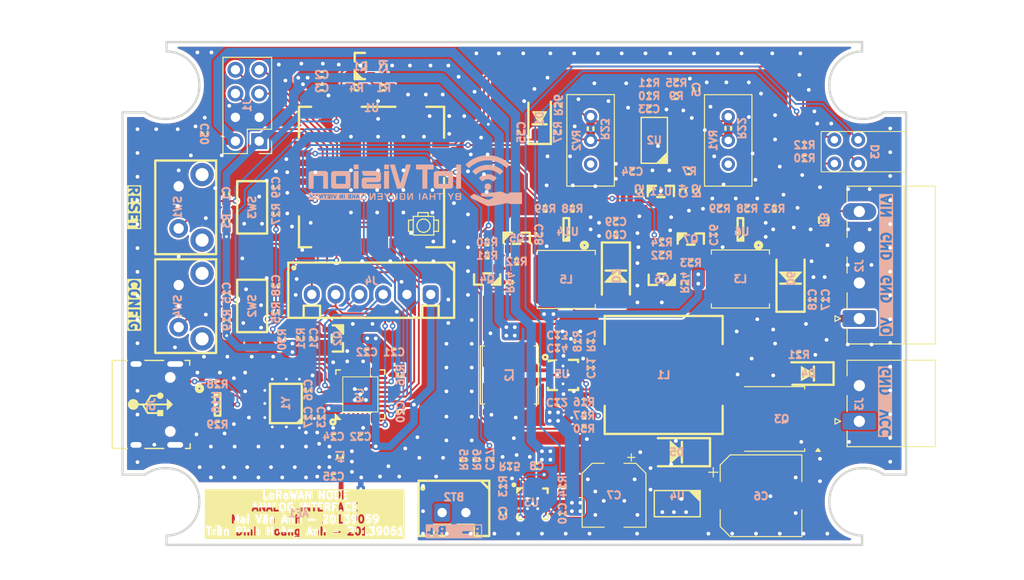
<source format=kicad_pcb>
(kicad_pcb (version 20240108) (generator "pcbnew") (generator_version "8.0")
  (layers (0 "F.Cu" signal) (31 "B.Cu" signal) (34 "B.Paste" user) (35 "F.Paste" user) (36 "B.SilkS" user "B.Silkscreen") (37 "F.SilkS" user "F.Silkscreen") (38 "B.Mask" user) (39 "F.Mask" user) (44 "Edge.Cuts" user))
  (net 0 "")
  (net 1 "Net-(AE1-A)")
  (net 2 "GND")
  (net 3 "Net-(Q7-D)")
  (net 4 "+BATT")
  (net 5 "/RAK3172_LoRa/RAK_RESET")
  (net 6 "+3V3")
  (net 7 "Net-(U11-K)")
  (net 8 "+5V")
  (net 9 "/PSU/PPMIC_VOUT")
  (net 10 "Net-(U5-EN)")
  (net 11 "/ESP32-C3_BLE/ESP_3V3")
  (net 12 "Net-(U9-LNA_IN)")
  (net 13 "Net-(U9-XTAL_N)")
  (net 14 "Net-(U9-XTAL_P)")
  (net 15 "/ESP32-C3_BLE/ESP_RESET")
  (net 16 "/ESP32-C3_BLE/ESP_BOOT")
  (net 17 "Net-(U2A-+)")
  (net 18 "+5VA")
  (net 19 "/Analog/ANALOG_OUT")
  (net 20 "+24V")
  (net 21 "/PSU/VBAT_MONITOR")
  (net 22 "Net-(Q5-D)")
  (net 23 "Net-(D2-A)")
  (net 24 "Net-(D4-A)")
  (net 25 "Net-(D4-K)")
  (net 26 "Net-(D5-K)")
  (net 27 "/RAK3172_LoRa/SWCLK")
  (net 28 "/RAK3172_LoRa/SWDIO")
  (net 29 "/ESP32-C3_BLE/UART1_TX")
  (net 30 "/ESP32-C3_BLE/UART1_RX")
  (net 31 "/ESP32-C3_BLE/ESP_UART0_TX")
  (net 32 "/ESP32-C3_BLE/ESP_UART0_RX")
  (net 35 "Net-(J5-CC1)")
  (net 36 "/ESP32-C3_BLE/ESP_USB_D_P")
  (net 37 "/ESP32-C3_BLE/ESP_USB_D_N")
  (net 38 "Net-(J5-CC2)")
  (net 39 "Net-(U5-L2)")
  (net 40 "Net-(U5-L1)")
  (net 41 "Net-(Q1-G)")
  (net 42 "Net-(Q2-G)")
  (net 43 "Net-(Q4-D)")
  (net 44 "Net-(Q4-G)")
  (net 45 "Net-(Q5-G)")
  (net 46 "/ESP32-C3_BLE/OTA_RST")
  (net 47 "Net-(U1-BOOT0)")
  (net 48 "/ESP32-C3_BLE/OTA_BOOT")
  (net 49 "Net-(R6-Pad2)")
  (net 50 "Net-(U2A--)")
  (net 51 "Net-(R10-Pad1)")
  (net 52 "Net-(R11-Pad2)")
  (net 53 "Net-(U3-TS)")
  (net 54 "Net-(U3-ILIM)")
  (net 55 "Net-(U3-ISET)")
  (net 56 "Net-(U5-FB)")
  (net 57 "Net-(U9-GPIO8)")
  (net 58 "/ESP32-C3_BLE/ESP_PWRON")
  (net 59 "Net-(U2B--)")
  (net 60 "Net-(D6-A)")
  (net 61 "Net-(U2B-+)")
  (net 62 "/PSU/5V_EN")
  (net 63 "Net-(Q6-G)")
  (net 64 "Net-(U14-FB)")
  (net 67 "Net-(U1-PA9)")
  (net 70 "Net-(U5-PS{slash}SYNC)")
  (net 78 "Net-(Q6-D)")
  (net 79 "Net-(Q7-G)")
  (net 94 "Net-(R23-Pad2)")
  (net 95 "/PSU/24V_EN")
  (net 96 "Net-(U6-FB)")
  (net 97 "Net-(R38-Pad1)")
  (net 99 "Net-(D3-A2)")
  (net 100 "/PSU/ACT_LED")
  (net 101 "Net-(D3-K1)")
  (net 102 "Net-(D3-A1)")
  (net 103 "Net-(Q3-D)")
  (net 107 "Net-(J2-Pin_4)")
  (net 108 "/PSU/~{POWER_SAVE}")
  (footprint "Footprints:R_0603" (layer "F.Cu") (at 154.55 81.9025 -90)
    (property "Reference" "R5")
    (property "Value" "10K")
  )
  (footprint "Footprints:SOIC-8" (layer "F.Cu") (at 158.65 115.3 -90)
    (property "Reference" "U4")
    (property "Value" "XL1509-5.0")
  )
  (footprint "Footprints:L_12x12mm_H8mm" (layer "F.Cu") (at 157.2 101.55 180)
    (property "Reference" "L1")
    (property "Value" "68uH")
  )
  (footprint "Footprints:SOT23-6" (layer "F.Cu") (at 109.55 104.7 -90)
    (property "Reference" "U10")
    (property "Value" "USBLC6-2SC6")
  )
  (footprint "Footprints:R_0603" (layer "F.Cu") (at 149.4 75.2525 -90)
    (property "Reference" "R23")
    (property "Value" "39K")
  )
  (footprint "Footprints:SOT23-3" (layer "F.Cu") (at 156.9 81.9025 -90)
    (property "Reference" "U11")
    (property "Value" "TL431DBZ")
  )
  (footprint "Footprints:C_0603" (layer "F.Cu") (at 149.4 100.8 -90)
    (property "Reference" "C11")
    (property "Value" "100nF")
  )
  (footprint "Potentiometer_THT:Potentiometer_Bourns_3296W_Vertical" (layer "F.Cu") (at 149.4 79.03 -90)
    (property "Reference" "RV2")
    (property "Value" "10K")
  )
  (footprint "Footprints:R_0603" (layer "F.Cu") (at 157 87.3875)
    (property "Reference" "R24")
    (property "Value" "10R")
  )
  (footprint "Footprints:R_0603" (layer "F.Cu") (at 169.025 83.8 180)
    (property "Reference" "R43")
    (property "Value" "5K1")
  )
  (footprint "Footprints:R_0603" (layer "F.Cu") (at 159.4 91.6875 90)
    (property "Reference" "R34")
    (property "Value" "10R")
  )
  (footprint "Footprints:C_0603" (layer "F.Cu") (at 146.4 116.3375 90)
    (property "Reference" "C10")
    (property "Value" "10uF")
  )
  (footprint "Footprints:R_0603" (layer "F.Cu") (at 115.8 94.875 90)
    (property "Reference" "R25")
    (property "Value" "20K")
  )
  (footprint "Footprints:Switch_Tactile_6x6_Horizontal" (layer "F.Cu") (at 105.4 94.2 -90)
    (property "Reference" "SW4")
    (property "Value" "USER_BTN")
  )
  (footprint "Footprints:VQFN-16_3x3_PAD-VIAS" (layer "F.Cu") (at 143.2 115.2875)
    (property "Reference" "U3")
    (property "Value" "BQ24075RGT")
  )
  (footprint "Footprints:C_0603" (layer "F.Cu") (at 145.85 98.65 180)
    (property "Reference" "C14")
    (property "Value" "10uF")
  )
  (footprint "Footprints:C_0603" (layer "F.Cu") (at 124.825 108.15)
    (property "Reference" "C32")
    (property "Value" "1uF")
  )
  (footprint "Footprints:C_0603" (layer "F.Cu") (at 153.85 79.84 180)
    (property "Reference" "C34")
    (property "Value" "10uF")
  )
  (footprint "Footprints:C_0603" (layer "F.Cu") (at 152.1 86.6)
    (property "Reference" "C40")
    (property "Value" "10uF")
  )
  (footprint "Capacitor_SMD:CP_Elec_8x10.5" (layer "F.Cu") (at 167.6 114.45)
    (property "Reference" "C6")
    (property "Value" "470uF/50V")
  )
  (footprint "Inductor_SMD:L_Bourns_SRN6045TA" (layer "F.Cu") (at 165.4 91.3)
    (property "Reference" "L3")
    (property "Value" "22uH")
  )
  (footprint "Footprints:SW_SPST_CK" (layer "F.Cu") (at 113.25 83.65 -90)
    (property "Reference" "SW3")
    (property "Value" "ESP-BOOT")
  )
  (footprint "Footprints:C_0603" (layer "F.Cu") (at 145.8 104.45 180)
    (property "Reference" "C12")
    (property "Value" "10uF")
  )
  (footprint "Footprints:C_0603" (layer "F.Cu") (at 120.65 106.05 -90)
    (property "Reference" "C23")
    (property "Value" "100nF")
  )
  (footprint "Footprints:R_0603" (layer "F.Cu") (at 145.9 72.73 -90)
    (property "Reference" "R36")
    (property "Value" "82K")
  )
  (footprint "Footprints:XH_2P_2.54mm_Vertical" (layer "F.Cu") (at 136.075 116.25 180)
    (property "Reference" "BT2")
    (property "Value" "Battery_18650")
  )
  (footprint "Footprints:SOT23-3" (layer "F.Cu") (at 138.35 91.35 90)
    (property "Reference" "Q4")
    (property "Value" "SI2300")
  )
  (footprint "Footprints:L_0603" (layer "F.Cu") (at 122.65 110.275 90)
    (property "Reference" "L4")
    (property "Value" "2.2nH")
  )
  (footprint "Connector_PinHeader_2.54mm:PinHeader_2x04_P2.54mm_Vertical" (layer "F.Cu") (at 114 76.575 180)
    (property "Reference" "J1")
    (property "Value" "RAK_DEBUG")
  )
  (footprint "Footprints:R_0603" (layer "F.Cu") (at 148.7 105.9 180)
    (property "Reference" "R47")
    (property "Value" "0R")
  )
  (footprint "Footprints:C_0603" (layer "F.Cu") (at 174.5 93.5 -90)
    (property "Reference" "C17")
    (property "Value" "10uF")
  )
  (footprint "Footprints:R_0805" (layer "F.Cu") (at 174.3 85 90)
    (property "Reference" "R8")
    (property "Value" "100R/1uF")
  )
  (footprint "Footprints:R_0603" (layer "F.Cu") (at 140.75 91.65 90)
    (property "Reference" "R44")
    (property "Value" "10R")
  )
  (footprint "Footprints:R_0603" (layer "F.Cu") (at 163.2 83.8 180)
    (property "Reference" "R39")
    (property "Value" "2K7")
  )
  (footprint "Footprints:R_0603" (layer "F.Cu") (at 127.3 70.85 180)
    (property "Reference" "R1")
    (property "Value" "10R")
  )
  (footprint "Footprints:R_0603" (layer "F.Cu") (at 116.45 97.75 -90)
    (property "Reference" "R30")
    (property "Value" "10R")
  )
  (footprint "Footprints:SOT23-3" (layer "F.Cu") (at 157 91.3875 90)
    (property "Reference" "Q6")
    (property "Value" "SI2300")
  )
  (footprint "Footprints:C_0603" (layer "F.Cu") (at 110.5 82.2 90)
    (property "Reference" "C1")
    (property "Value" "100nF")
  )
  (footprint "Footprints:D_SMA" (layer "F.Cu") (at 158.65 109.8 180)
    (property "Reference" "D5")
    (property "Value" "SS34")
  )
  (footprint "Footprints:R_0603" (layer "F.Cu") (at 166.125 83.8 180)
    (property "Reference" "R38")
    (property "Value" "100K")
  )
  (footprint "Footprints:C_0603" (layer "F.Cu") (at 138.6 110.6 90)
    (property "Reference" "C37")
    (property "Value" "1uF")
  )
  (footprint "Footprints:C_0603" (layer "F.Cu") (at 119.25 106.05 90)
    (property "Reference" "C27")
    (property "Value" "10pF")
  )
  (footprint "Footprints:C_0603" (layer "F.Cu") (at 173.1 93.5 -90)
    (property "Reference" "C18")
    (property "Value" "10uF")
  )
  (footprint "Footprints:R_0603" (layer "F.Cu") (at 158.55 71.76 180)
    (property "Reference" "R9")
    (property "Value" "1K/33K")
  )
  (footprint "Footprints:C_0603" (layer "F.Cu") (at 121.95 112.4 180)
    (property "Reference" "C25")
    (property "Value" "100nF")
  )
  (footprint "Footprints:C_0603" (layer "F.Cu") (at 145.85 97.25 180)
    (property "Reference" "C13")
    (property "Value" "10uF")
  )
  (footprint "Footprints:C_0603" (layer "F.Cu") (at 128.4 99.125)
    (property "Reference" "C21")
    (property "Value" "100nF")
  )
  (footprint "Connector_Phoenix_MC:PhoenixContact_MC_1,5_4-G-3.81_1x04_P3.81mm_Horizontal" (layer "F.Cu") (at 178.1 95.53 90)
    (property "Reference" "J2")
    (property "Value" "CONN_ANALOG")
  )
  (footprint "Footprints:R_0603" (layer "F.Cu") (at 147.45 83.8 180)
    (property "Reference" "R48")
    (property "Value" "20K")
  )
  (footprint "Footprints:R_0603" (layer "F.Cu") (at 160.1 89.5875 180)
    (property "Reference" "R33")
    (property "Value" "10K")
  )
  (footprint "Footprints:C_0603" (layer "F.Cu") (at 121.95 108.15 180)
    (property "Reference" "C24")
    (property "Value" "100nF")
  )
  (footprint "Footprints:R_0603" (layer "F.Cu") (at 109.55 106.85)
    (property "Reference" "R29")
    (property "Value" "5K1")
  )
  (footprint "Footprints:R_0603" (layer "F.Cu") (at 172.25 77 180)
    (property "Reference" "R12")
    (property "Value" "1K")
  )
  (footprint "Footprints:C_0603" (layer "F.Cu") (at 110.525 92.775 90)
    (property "Reference" "C15")
    (property "Value" "100nF")
  )
  (footprint "Connector_Phoenix_MC:PhoenixContact_MC_1,5_2-G-3.81_1x02_P3.81mm_Horizontal" (layer "F.Cu") (at 178.1 106.5 90)
    (property "Reference" "J3")
    (property "Value" "CONN_PWRIN")
  )
  (footprint "Footprints:QFN-32_5x5_PAD-VIAS" (layer "F.Cu") (at 124.8 103.625 90)
    (property "Reference" "U9")
    (property "Value" "ESP32-C3")
  )
  (footprint "Footprints:RAK3172" (layer "F.Cu") (at 133.75 72.91 180)
    (property "Reference" "U1")
    (property "Value" "RAK3172")
  )
  (footprint "Footprints:D_SMA" (layer "F.Cu") (at 170.75 91.3 90)
    (property "Reference" "D6")
    (property "Value" "SS34")
  )
  (footprint "Footprints:SOIC-8" (layer "F.Cu") (at 156.2 76.49 180)
    (property "Reference" "U2")
    (property "Value" "LM358")
  )
  (footprint "Footprints:R_0603" (layer "F.Cu") (at 158.55 70.36)
    (property "Reference" "R35")
    (property "Value" "1K/51R")
  )
  (footprint "Footprints:R_0603" (layer "F.Cu") (at 155.65 70.36)
    (property "Reference" "R11")
    (property "Value" "24K/8K2")
  )
  (footprint "Footprints:C_0603" (layer "F.Cu") (at 143.65 111.2875)
    (property "Reference" "C8")
    (property "Value" "1uF")
  )
  (footprint "Footprints:R_0603" (layer "F.Cu") (at 148.7 107.3 180)
    (property "Reference" "R50")
    (property "Value" "0R")
  )
  (footprint "Footprints:C_0603" (layer "F.Cu") (at 152.1 85.2)
    (property "Reference" "C39")
    (property "Value" "10uF")
  )
  (footprint "Footprints:R_0603" (layer "F.Cu") (at 146.4 113.4375 90)
    (property "Reference" "R14")
    (property "Value" "1K2")
  )
  (footprint "Footprints:USB-C_SMD_1" (layer "F.Cu") (at 101.9 104.7 -90)
    (property "Reference" "J5")
    (property "Value" "USB_C_Receptacle_USB2.0_16P")
  )
  (footprint "Footprints:R_0603" (layer "F.Cu") (at 110.525 95.675 90)
    (property "Reference" "R19")
    (property "Value" "20K")
  )
  (footprint "Footprints:C_0603" (layer "F.Cu") (at 119.85 97.65 90)
    (property "Reference" "C31")
    (property "Value" "1uF")
  )
  (footprint "Footprints:R_0603" (layer "F.Cu") (at 157 88.7875 180)
    (property "Reference" "R32")
    (property "Value" "10K")
  )
  (footprint "Footprints:R_0603" (layer "F.Cu") (at 138.35 87.4)
    (property "Reference" "R40")
    (property "Value" "10R")
  )
  (footprint "Footprints:R_0603" (layer "F.Cu") (at 145.9 75.61 90)
    (property "Reference" "R37")
    (property "Value" "100R")
  )
  (footprint "Footprints:SOT23-3" (layer "F.Cu") (at 122.4 97.65 180)
    (property "Reference" "Q2")
    (property "Value" "SI2301")
  )
  (footprint "Footprints:SOT23-3" (layer "F.Cu") (at 124.75 68.55)
    (property "Reference" "Q1")
    (property "Value" "SI2300")
  )
  (footprint "Footprints:Switch_Tactile_6x6_Horizontal" (layer "F.Cu") (at 105.4 83.65 -90)
    (property "Reference" "SW1")
    (property "Value" "RAK-RESET")
  )
  (footprint "Footprints:C_0603" (layer "F.Cu") (at 143.9 86.55 90)
    (property "Reference" "C38")
    (property "Value" "1uF")
  )
  (footprint "Footprints:XH_6P_2.54mm_Vertical" (layer "F.Cu") (at 132.32 92.95 180)
    (property "Reference" "J4")
    (property "Value" "CONN_ESP_PROG")
  )
  (footprint "Footprints:R_0603" (layer "F.Cu") (at 149.4 97.95 -90)
    (property "Reference" "R17")
    (property "Value" "560K")
  )
  (footprint "Footprints:SOT23-6" (layer "F.Cu") (at 165.4 86 90)
    (property "Reference" "U6")
    (property "Value" "MT3608")
  )
  (footprint "Footprints:C_0603" (layer "F.Cu") (at 159.25 81.9025 90)
    (property "Reference" "C4")
    (property "Value" "1uF")
  )
  (footprint "Footprints:DRC-0010J" (layer "F.Cu") (at 146.45 101.55)
    (property "Reference" "U5")
    (property "Value" "TPS63000")
  )
  (footprint "Footprints:C_0603" (layer "F.Cu") (at 115.8 81.5 90)
    (property "Reference" "C29")
    (property "Value" "100nF")
  )
  (footprint "Footprints:R_0603" (layer "F.Cu") (at 127.3 68.55 90)
    (property "Reference" "R2")
    (property "Value" "100K")
  )
  (footprint "Footprints:R_0603" (layer "F.Cu") (at 137.2 110.6 -90)
    (property "Reference" "R46")
    (property "Value" "100K")
  )
  (footprint "Footprints:C_0603" (layer "F.Cu") (at 142 75.63 90)
    (property "Reference" "C35")
    (property "Value" "100nF")
  )
  (footprint "Footprints:R_0603" (layer "F.Cu") (at 155.65 71.76 180)
    (property "Reference" "R10")
    (property "Value" "100R/220R")
  )
  (footprint "Footprints:SOT23-6" (layer "F.Cu") (at 146.8 86 90)
    (property "Reference" "U14")
    (property "Value" "MT3608")
  )
  (footprint "Footprints:SOT23-3" (layer "F.Cu") (at 141.5 86.9 -90)
    (property "Reference" "Q5")
    (property "Value" "SI2301")
  )
  (footprint "RF_Antenna:Texas_SWRA117D_2.4GHz_Right" (layer "F.Cu") (at 122.75 113.7 180)
    (property "Reference" "AE1")
    (property "Value" "2.4GHz")
  )
  (footprint "Footprints:D_MiniMELF" (layer "F.Cu") (at 172.65 101.4 180)
    (property "Reference" "D4")
    (property "Value" "Z12V")
  )
  (footprint "Footprints:R_0603" (layer "F.Cu") (at 138.35 88.8 180)
    (property "Reference" "R41")
    (property "Value" "10K")
  )
  (footprint "Footprints:C_0603" (layer "F.Cu") (at 125.5 99.125 180)
    (property "Reference" "C22")
    (property "Value" "100nF")
  )
  (footprint "Footprints:R_0603" (layer "F.Cu") (at 124.4 70.85)
    (property "Reference" "R4")
    (property "Value" "10R")
  )
  (footprint "Footprints:D_SMA" (layer "F.Cu") (at 152.1 90.9 -90)
    (property "Reference" "D2")
    (property "Value" "SS34")
  )
  (footprint "Footprints:R_0603" (layer "F.Cu") (at 115.8 84.35 90)
    (property "Reference" "R27")
    (property "Value" "20K")
  )
  (footprint "Footprints:R_0603" (layer "F.Cu") (at 109.55 102.55)
    (property "Reference" "R28")
    (property "Value" "5K1")
  )
  (footprint "Capacitor_SMD:CP_Elec_6.3x7.7" (layer "F.Cu") (at 151.9 114.4 -90)
    (property "Reference" "C7")
    (property "Value" "100uF")
  )
  (footprint "Footprints:C_0603" (layer "F.Cu") (at 160.7 71.06 90)
    (property "Reference" "C5")
    (property "Value" "100nF")
  )
  (footprint "Footprints:R_0603" (layer "F.Cu") (at 159.95 79.8025)
    (property "Reference" "R7")
    (property "Value" "1K")
  )
  (footprint "Footprints:R_0603" (layer "F.Cu") (at 148.7 104.45)
    (property "Reference" "R16")
    (property "Value" "100R")
  )
  (footprint "Footprints:C_0603" (layer "F.Cu") (at 119.25 103.15 -90)
    (property "Reference" "C26")
    (property "Value" "10pF")
  )
  (footprint "Inductor_SMD:L_Bourns_SRN6045TA" (layer "F.Cu") (at 140.725 101.55 -90)
    (property "Reference" "L2")
    (property "Value" "2.2uH")
  )
  (footprint "Footprints:C_0603" (layer "F.Cu") (at 140.05 116.3375 90)
    (property "Reference" "C9")
    (property "Value" "1uF")
  )
  (footprint "Footprints:SOT23-3" (layer "F.Cu") (at 160.1 86.9875 -90)
    (property "Reference" "Q7")
    (property "Value" "SI2301")
  )
  (footprint "Footprints:R_0603" (layer "F.Cu") (at 140.75 111.2875 180)
    (property "Reference" "R15")
    (property "Value" "1K2")
  )
  (footprint "Footprints:R_0603" (layer "F.Cu") (at 144.55 83.8 180)
    (property "Reference" "R49")
    (property "Value" "2K7")
  )
  (footprint "Footprints:C_0603" (layer "F.Cu") (at 120.685 69.45)
    (property "Reference" "C2")
    (property "Value" "1uF")
  )
  (footprint "Footprints:C_0603" (layer "F.Cu") (at 155.65 73.16)
    (property "Reference" "C33")
    (property "Value" "100nF")
  )
  (footprint "Footprints:SW_SPST_CK" (layer "F.Cu") (at 113.25 94.175 -90)
    (property "Reference" "SW2")
    (property "Value" "ESP-RESET")
  )
  (footprint "Footprints:R_0603" (layer "F.Cu") (at 110.5 85.1 90)
    (property "Reference" "R3")
    (property "Value" "20K")
  )
  (footprint "Potentiometer_THT:Potentiometer_Bourns_3296W_Vertical" (layer "F.Cu") (at 164.1 79.04 -90)
    (property "Reference" "RV1")
    (property "Value" "10K")
  )
  (footprint "Footprints:C_0603" (layer "F.Cu") (at 108.2 75.8 90)
    (property "Reference" "C30")
    (property "Value" "1uF")
  )
  (footprint "Footprints:R_0603" (layer "F.Cu") (at 129.1 101.55 -90)
    (property "Reference" "R26")
    (property "Value" "20K")
  )
  (footprint "Footprints:R_0603" (layer "F.Cu") (at 172.25 78.4 180)
    (property "Reference" "R20")
    (property "Value" "1K")
  )
  (footprint "Footprints:Crystal_3225_4P_1-4" (layer "F.Cu") (at 116.85 104.6 90)
    (property "Reference" "Y1")
    (property "Value" "40MHz")
  )
  (footprint "Package_TO_SOT_SMD:TO-252-2" (layer "F.Cu") (at 168.96 106.2475 180)
    (property "Reference" "Q3")
    (property "Value" "APM4015P")
  )
  (footprint "Footprints:D_MiniMELF" (layer "F.Cu") (at 143.95 74.18 90)
    (property "Reference" "D1")
    (property "Value" "Z3V3")
  )
  (footprint "Footprints:C_0603" (layer "F.Cu") (at 129.1 105.5 -90)
    (property "Reference" "C20")
    (property "Value" "100nF")
  )
  (footprint "Footprints:R_0603" (layer "F.Cu") (at 164.1 75.21 90)
    (property "Reference" "R22")
    (property "Value" "1K")
  )
  (footprint "Footprints:C_0603" (layer "F.Cu") (at 120.685 70.85)
    (property "Reference" "C3")
    (property "Value" "100nF")
  )
  (footprint "Footprints:C_0603" (layer "F.Cu") (at 162.5 86.6 90)
    (property "Reference" "C16")
    (property "Value" "1uF")
  )
  (footprint "Footprints:R_0603" (layer "F.Cu") (at 160.65 81.9025 90)
    (property "Reference" "R6")
    (property "Value" "24K")
  )
  (footprint "Footprints:R_0603" (layer "F.Cu") (at 140.05 113.4375 90)
    (property "Reference" "R13")
    (property "Value" "10K")
  )
  (footprint "Footprints:R_0603" (layer "F.Cu") (at 118.45 97.65 90)
    (property "Reference" "R31")
    (property "Value" "20K")
  )
  (footprint "Footprints:R_0603" (layer "F.Cu") (at 171.65 99.4 180)
    (property "Reference" "R21")
    (property "Value" "1K")
  )
  (footprint "Footprints:R_0603" (layer "F.Cu") (at 148 97.95 90)
    (property "Reference" "R18")
    (property "Value" "100K")
  )
  (footprint "Footprints:C_0603" (layer "F.Cu") (at 115.8 91.975 90)
    (property "Reference" "C28")
    (property "Value" "100nF")
  )
  (footprint "Inductor_SMD:L_Bourns_SRN6045TA" (layer "F.Cu") (at 146.8 91.35)
    (property "Reference" "L5")
    (property "Value" "22uH")
  )
  (footprint "Footprints:R_0603" (layer "F.Cu") (at 135.8 110.6 90)
    (property "Reference" "R45")
    (property "Value" "560K")
  )
  (footprint "Footprints:R_0603" (layer "F.Cu") (at 141.5 89.45 180)
    (property "Reference" "R42")
    (property "Value" "10K")
  )
  (footprint "Footprints:LED_HOUSING_LH32K051F" (layer "F.Cu") (at 177.975 78.97 90)
    (property "Reference" "D3")
    (property "Value" "LED_Dual_AKAK")
  )
  (footprint "Footprints:LoGo_IoTVision_25x6.5" (layer "B.Cu") (at 130.6 80.8 180)
    (property "Reference" " ")
    (property "Value" "LOGO" (hide yes))
  )
  (gr_line (start 104.1 118.7) (end 104.1 119.7) (stroke (width 0.25)) (layer "Edge.Cuts"))
  (gr_line (start 174.9 115) (end 174.9 115.2) (stroke (width 0.25)) (layer "Edge.Cuts"))
  (gr_line (start 104.1 66) (end 178.4 66) (stroke (width 0.25)) (layer "Edge.Cuts"))
  (gr_line (start 104.1 67) (end 104.1 66) (stroke (width 0.25)) (layer "Edge.Cuts"))
  (gr_arc (start 103.9 74.2) (mid 102.793203 74.020392) (end 101.8 73.5) (stroke (width 0.25)) (layer "Edge.Cuts"))
  (gr_line (start 174.9 70.5) (end 174.9 70.7) (stroke (width 0.25)) (layer "Edge.Cuts"))
  (gr_line (start 178.6 74.2) (end 178.4 74.2) (stroke (width 0.25)) (layer "Edge.Cuts"))
  (gr_arc (start 104.1 111.5) (mid 106.574874 112.525126) (end 107.6 115) (stroke (width 0.25)) (layer "Edge.Cuts"))
  (gr_arc (start 178.6 111.5) (mid 179.706797 111.679608) (end 180.7 112.2) (stroke (width 0.25)) (layer "Edge.Cuts"))
  (gr_line (start 104.1 111.5) (end 103.9 111.5) (stroke (width 0.25)) (layer "Edge.Cuts"))
  (gr_line (start 104.1 74.2) (end 103.9 74.2) (stroke (width 0.25)) (layer "Edge.Cuts"))
  (gr_arc (start 180.7 73.5) (mid 179.706797 74.020392) (end 178.6 74.2) (stroke (width 0.25)) (layer "Edge.Cuts"))
  (gr_arc (start 174.9 70.5) (mid 175.925126 68.025126) (end 178.4 67) (stroke (width 0.25)) (layer "Edge.Cuts"))
  (gr_line (start 183.1 73.5) (end 180.7 73.5) (stroke (width 0.25)) (layer "Edge.Cuts"))
  (gr_line (start 101.8 112.2) (end 99.4 112.2) (stroke (width 0.25)) (layer "Edge.Cuts"))
  (gr_line (start 99.4 73.5) (end 99.4 112.2) (stroke (width 0.25)) (layer "Edge.Cuts"))
  (gr_line (start 183.1 73.5) (end 183.1 112.2) (stroke (width 0.25)) (layer "Edge.Cuts"))
  (gr_line (start 107.6 70.7) (end 107.6 70.5) (stroke (width 0.25)) (layer "Edge.Cuts"))
  (gr_arc (start 101.8 112.2) (mid 102.793203 111.679608) (end 103.9 111.5) (stroke (width 0.25)) (layer "Edge.Cuts"))
  (gr_arc (start 174.9 115) (mid 175.925126 112.525126) (end 178.4 111.5) (stroke (width 0.25)) (layer "Edge.Cuts"))
  (gr_line (start 107.6 115) (end 107.6 115.2) (stroke (width 0.25)) (layer "Edge.Cuts"))
  (gr_arc (start 107.6 115.2) (mid 106.574874 117.674874) (end 104.1 118.7) (stroke (width 0.25)) (layer "Edge.Cuts"))
  (gr_line (start 180.7 112.2) (end 183.1 112.2) (stroke (width 0.25)) (layer "Edge.Cuts"))
  (gr_line (start 101.8 73.5) (end 99.4 73.5) (stroke (width 0.25)) (layer "Edge.Cuts"))
  (gr_arc (start 178.4 74.2) (mid 175.925126 73.174874) (end 174.9 70.7) (stroke (width 0.25)) (layer "Edge.Cuts"))
  (gr_line (start 178.4 111.5) (end 178.6 111.5) (stroke (width 0.25)) (layer "Edge.Cuts"))
  (gr_arc (start 104.1 67) (mid 106.574874 68.025126) (end 107.6 70.5) (stroke (width 0.25)) (layer "Edge.Cuts"))
  (gr_arc (start 178.4 118.7) (mid 175.925126 117.674874) (end 174.9 115.2) (stroke (width 0.25)) (layer "Edge.Cuts"))
  (gr_arc (start 107.6 70.7) (mid 106.574874 73.174874) (end 104.1 74.2) (stroke (width 0.25)) (layer "Edge.Cuts"))
  (gr_line (start 178.4 118.7) (end 178.4 119.7) (stroke (width 0.25)) (layer "Edge.Cuts"))
  (gr_line (start 104.1 119.7) (end 178.4 119.7) (stroke (width 0.25)) (layer "Edge.Cuts"))
  (gr_line (start 178.4 66) (end 178.4 67) (stroke (width 0.25)) (layer "Edge.Cuts"))
  (gr_text "AIN  GND  GND  VO" (at 181.01 89.85 90) (layer "B.SilkS" knockout) (effects (font (size 1 1) (thickness 0.25) (bold yes)) (justify mirror)))
  (gr_text "GND  VCC" (at 180.9 104.41 90) (layer "B.SilkS" knockout) (effects (font (size 1 1) (thickness 0.25) (bold yes)) (justify mirror)))
  (gr_text "B-  B+" (at 134.8 118.3 0) (layer "B.SilkS" knockout) (effects (font (size 1 1) (thickness 0.25) (bold yes)) (justify mirror)))
  (gr_text "RESET" (at 100.6 83.56 -90) (layer "F.SilkS" knockout) (effects (font (size 1 1) (thickness 0.25) (bold yes))))
  (gr_text "CONFIG" (at 100.6 94.06 270) (layer "F.SilkS" knockout) (effects (font (size 1 1) (thickness 0.25) (bold yes))))
  (gr_text "LoRaWAN NODE\nANALOG INTERFACE\nMai Văn Anh - 20139059\nTrần Đình Hoàng Anh - 20139061" (at 118.9 116.325 0) (layer "F.SilkS" knockout) (effects (font (size 0.8 0.8) (thickness 0.2) (bold yes))))
  (segment (start 122.725 111.125) (end 122.65 111.05) (width 0.5) (layer "F.Cu") (net 1))
  (segment (start 122.75 112.425) (end 122.725 112.4) (width 0.5) (layer "F.Cu") (net 1))
  (segment (start 122.75 113.7) (end 122.75 112.425) (width 0.5) (layer "F.Cu") (net 1))
  (segment (start 122.725 112.4) (end 122.725 111.125) (width 0.5) (layer "F.Cu") (net 1))
  (segment (start 108.4125 104.7) (end 109.45 104.7) (width 0.2) (layer "F.Cu") (net 2))
  (segment (start 115.3 102.1) (end 115.1 102.1) (width 0.4) (layer "F.Cu") (net 2))
  (segment (start 160.625 70.36) (end 160.7 70.285) (width 0.2) (layer "F.Cu") (net 2))
  (segment (start 159.325 70.36) (end 160.625 70.36) (width 0.2) (layer "F.Cu") (net 2))
  (segment (start 146.45 104.275) (end 146.625 104.45) (width 0.4) (layer "F.Cu") (net 2))
  (segment (start 157.85 74.585) (end 156.425 73.16) (width 0.2) (layer "F.Cu") (net 2))
  (segment (start 114.7 103.3) (end 114.7 104.5) (width 0.4) (layer "F.Cu") (net 2))
  (segment (start 119.25 102.375) (end 118.975 102.1) (width 0.4) (layer "F.Cu") (net 2))
  (segment (start 146.45 102.5) (end 146.45 104.275) (width 0.4) (layer "F.Cu") (net 2))
  (segment (start 116 105.7) (end 116 107.1) (width 0.4) (layer "F.Cu") (net 2))
  (segment (start 142 74.855) (end 142 72.985) (width 0.2) (layer "F.Cu") (net 2))
  (segment (start 118.2 107.1) (end 118.3 107.2) (width 0.4) (layer "F.Cu") (net 2))
  (segment (start 158.675 74.585) (end 157.85 74.585) (width 0.2) (layer "F.Cu") (net 2))
  (segment (start 142.3 72.3) (end 142.685 72.3) (width 0.2) (layer "F.Cu") (net 2))
  (segment (start 121.25 71.55) (end 121.25 71.06) (width 0.2) (layer "F.Cu") (net 2))
  (segment (start 146.95 101.05) (end 146.45 101.55) (width 0.25) (layer "F.Cu") (net 2))
  (segment (start 146.45 98.825) (end 146.625 98.65) (width 0.4) (layer "F.Cu") (net 2))
  (segment (start 114.7 106.6) (end 115.2 107.1) (width 0.4) (layer "F.Cu") (net 2))
  (segment (start 121.25 73.055) (end 121.25 71.85) (width 0.2) (layer "F.Cu") (net 2))
  (segment (start 146.625 97.25) (end 147.925 97.25) (width 0.4) (layer "F.Cu") (net 2))
  (segment (start 115.1 102.1) (end 114.7 102.5) (width 0.4) (layer "F.Cu") (net 2))
  (segment (start 115.2 107.1) (end 115.4 107.1) (width 0.4) (layer "F.Cu") (net 2))
  (segment (start 142.685 72.3) (end 142.605 72.38) (width 0.2) (layer "F.Cu") (net 2))
  (segment (start 121.46 70.85) (end 121.46 69.45) (width 0.2) (layer "F.Cu") (net 2))
  (segment (start 118.3 107.2) (end 118.4 107.1) (width 0.4) (layer "F.Cu") (net 2))
  (segment (start 142.605 72.38) (end 143.95 72.38) (width 0.2) (layer "F.Cu") (net 2))
  (segment (start 116 107.1) (end 116.9 107.1) (width 0.4) (layer "F.Cu") (net 2))
  (segment (start 118.4 102.1) (end 118.3 102) (width 0.4) (layer "F.Cu") (net 2))
  (segment (start 176.26 87.91) (end 178.1 87.91) (width 0.2) (layer "F.Cu") (net 2))
  (segment (start 114.7 106.2) (end 114.7 106.6) (width 0.4) (layer "F.Cu") (net 2))
  (segment (start 118.4 107.1) (end 118.975 107.1) (width 0.4) (layer "F.Cu") (net 2))
  (segment (start 117.7 103.5) (end 117.7 102.1) (width 0.4) (layer "F.Cu") (net 2))
  (segment (start 146.625 98.65) (end 146.625 97.25) (width 0.4) (layer "F.Cu") (net 2))
  (segment (start 115.4 102) (end 115.3 102.1) (width 0.4) (layer "F.Cu") (net 2))
  (segment (start 118.975 107.1) (end 119.25 106.825) (width 0.4) (layer "F.Cu") (net 2))
  (segment (start 145.9 71.955) (end 144.375 71.955) (width 0.2) (layer "F.Cu") (net 2))
  (segment (start 147.85 101.05) (end 146.95 101.05) (width 0.25) (layer "F.Cu") (net 2))
  (segment (start 116.8 102.1) (end 115.5 102.1) (width 0.4) (layer "F.Cu") (net 2))
  (segment (start 142.3 72.685) (end 142.3 72.3) (width 0.2) (layer "F.Cu") (net 2))
  (segment (start 117 102.1) (end 116.9 102) (width 0.4) (layer "F.Cu") (net 2))
  (segment (start 118.2 102.1) (end 117.7 102.1) (width 0.4) (layer "F.Cu") (net 2))
  (segment (start 116.9 102) (end 116.8 102.1) (width 0.4) (layer "F.Cu") (net 2))
  (segment (start 142 72.985) (end 142.3 72.685) (width 0.2) (layer "F.Cu") (net 2))
  (segment (start 145.05 101.55) (end 146.45 101.55) (width 0.25) (layer "F.Cu") (net 2))
  (segment (start 121.25 71.85) (end 121.4 71.7) (width 0.2) (layer "F.Cu") (net 2))
  (segment (start 121.4 71.7) (end 121.25 71.55) (width 0.2) (layer "F.Cu") (net 2))
  (segment (start 116.9 107.1) (end 118.2 107.1) (width 0.4) (layer "F.Cu") (net 2))
  (segment (start 137.2 111.375) (end 138.6 111.375) (width 0.2) (layer "F.Cu") (net 2))
  (segment (start 114.7 104.7) (end 114.7 106) (width 0.4) (layer "F.Cu") (net 2))
  (segment (start 114.6 106.1) (end 114.7 106.2) (width 0.4) (layer "F.Cu") (net 2))
  (segment (start 114.6 104.6) (end 114.7 104.7) (width 0.4) (layer "F.Cu") (net 2))
  (segment (start 144.375 71.955) (end 143.95 72.38) (width 0.2) (layer "F.Cu") (net 2))
  (segment (start 118.3 102) (end 118.2 102.1) (width 0.4) (layer "F.Cu") (net 2))
  (segment (start 118.975 102.1) (end 118.4 102.1) (width 0.4) (layer "F.Cu") (net 2))
  (segment (start 147.925 105.9) (end 147.6 105.9) (width 0.2) (layer "F.Cu") (net 2))
  (segment (start 121.25 71.06) (end 121.46 70.85) (width 0.2) (layer "F.Cu") (net 2))
  (segment (start 114.7 106) (end 114.6 106.1) (width 0.4) (layer "F.Cu") (net 2))
  (segment (start 114.7 104.5) (end 114.6 104.6) (width 0.4) (layer "F.Cu") (net 2))
  (segment (start 146.45 100.6) (end 146.45 98.825) (width 0.4) (layer "F.Cu") (net 2))
  (segment (start 147.925 97.25) (end 148 97.175) (width 0.4) (layer "F.Cu") (net 2))
  (segment (start 114.6 103.2) (end 114.7 103.3) (width 0.4) (layer "F.Cu") (net 2))
  (segment (start 174.3 85.95) (end 176.26 87.91) (width 0.2) (layer "F.Cu") (net 2))
  (segment (start 117.7 102.1) (end 117 102.1) (width 0.4) (layer "F.Cu") (net 2))
  (segment (start 114.7 102.5) (end 114.7 103.1) (width 0.4) (layer "F.Cu") (net 2))
  (segment (start 115.5 102.1) (end 115.4 102) (width 0.4) (layer "F.Cu") (net 2))
  (segment (start 114.7 103.1) (end 114.6 103.2) (width 0.4) (layer "F.Cu") (net 2))
  (segment (start 147.6 105.9) (end 147.371384 106.128616) (width 0.2) (layer "F.Cu") (net 2))
  (segment (start 115.4 107.1) (end 116 107.1) (width 0.4) (layer "F.Cu") (net 2))
  (via (at 130.7 89.4) (size 0.8) (drill 0.4) (layers "F.Cu" "B.Cu") (net 2))
  (via (at 106.7 78.1) (size 0.8) (drill 0.4) (layers "F.Cu" "B.Cu") (net 2))
  (via (at 144.7 87.8) (size 0.8) (drill 0.4) (layers "F.Cu" "B.Cu") (net 2))
  (via (at 123.4 99) (size 0.8) (drill 0.4) (layers "F.Cu" "B.Cu") (net 2))
  (via (at 117 79.9) (size 0.8) (drill 0.4) (layers "F.Cu" "B.Cu") (net 2))
  (via (at 165.52 67.2) (size 0.8) (drill 0.4) (layers "F.Cu" "B.Cu") (net 2))
  (via (at 112.2 89.1) (size 0.8) (drill 0.4) (layers "F.Cu" "B.Cu") (net 2))
  (via (at 145.1 67.2) (size 0.8) (drill 0.4) (layers "F.Cu" "B.Cu") (net 2))
  (via (at 132.5 84.2) (size 0.8) (drill 0.4) (layers "F.Cu" "B.Cu") (net 2))
  (via (at 142.9 110.3) (size 0.8) (drill 0.4) (layers "F.Cu" "B.Cu") (net 2))
  (via (at 132.6 89.4) (size 0.8) (drill 0.4) (layers "F.Cu" "B.Cu") (net 2))
  (via (at 123.8 81.8) (size 0.8) (drill 0.4) (layers "F.Cu" "B.Cu") (net 2))
  (via (at 124.9 112.5) (size 0.8) (drill 0.4) (layers "F.Cu" "B.Cu") (net 2))
  (via (at 120.4 111.4) (size 0.8) (drill 0.4) (layers "F.Cu" "B.Cu") (net 2))
  (via (at 179.2 81.7) (size 0.8) (drill 0.4) (layers "F.Cu" "B.Cu") (net 2))
  (via (at 168.6 114.5) (size 0.8) (drill 0.4) (layers "F.Cu" "B.Cu") (net 2))
  (via (at 121.5 111.4) (size 0.8) (drill 0.4) (layers "F.Cu" "B.Cu") (net 2))
  (via (at 154.4 92) (size 0.8) (drill 0.4) (layers "F.Cu" "B.Cu") (net 2))
  (via (at 112.6 92.4) (size 0.8) (drill 0.4) (layers "F.Cu" "B.Cu") (net 2))
  (via (at 126.7 79.7) (size 0.8) (drill 0.4) (layers "F.Cu" "B.Cu") (net 2))
  (via (at 134.2 93.5) (size 0.8) (drill 0.4) (layers "F.Cu" "B.Cu") (net 2))
  (via (at 181.4 90.52) (size 0.8) (drill 0.4) (layers "F.Cu" "B.Cu") (net 2))
  (via (at 136.7 98.22) (size 0.8) (drill 0.4) (layers "F.Cu" "B.Cu") (net 2))
  (via (at 136.7 100.76) (size 0.8) (drill 0.4) (layers "F.Cu" "B.Cu") (net 2))
  (via (at 139.12 118.5) (size 0.8) (drill 0.4) (layers "F.Cu" "B.Cu") (net 2))
  (via (at 168.9 86) (size 0.8) (drill 0.4) (layers "F.Cu" "B.Cu") (net 2))
  (via (at 116.9 107.1) (size 0.6) (drill 0.3) (layers "F.Cu" "B.Cu") (net 2))
  (via (at 116.8 70.1) (size 0.8) (drill 0.4) (layers "F.Cu" "B.Cu") (net 2))
  (via (at 121.4 71.7) (size 0.8) (drill 0.4) (layers "F.Cu" "B.Cu") (net 2))
  (via (at 181.4 87.98) (size 0.8) (drill 0.4) (layers "F.Cu" "B.Cu") (net 2))
  (via (at 101 75.3) (size 0.8) (drill 0.4) (layers "F.Cu" "B.Cu") (net 2))
  (via (at 108.3 84.8) (size 0.8) (drill 0.4) (layers "F.Cu" "B.Cu") (net 2))
  (via (at 132.9 112.4) (size 0.8) (drill 0.4) (layers "F.Cu" "B.Cu") (net 2))
  (via (at 149.4 84.7) (size 0.8) (drill 0.4) (layers "F.Cu" "B.Cu") (net 2))
  (via (at 165.1 101.5) (size 0.8) (drill 0.4) (layers "F.Cu" "B.Cu") (net 2))
  (via (at 130.1 68.5) (size 0.8) (drill 0.4) (layers "F.Cu" "B.Cu") (net 2))
  (via (at 138.7 97.1) (size 0.8) (drill 0.4) (layers "F.Cu" "B.Cu") (net 2))
  (via (at 140 110.3) (size 0.8) (drill 0.4) (layers "F.Cu" "B.Cu") (net 2))
  (via (at 162.6 78.2) (size 0.8) (drill 0.4) (layers "F.Cu" "B.Cu") (net 2))
  (via (at 181.4 93.06) (size 0.8) (drill 0.4) (layers "F.Cu" "B.Cu") (net 2))
  (via (at 129.2 91.6) (size 0.8) (drill 0.4) (layers "F.Cu" "B.Cu") (net 2))
  (via (at 166.6 99.8) (size 0.8) (drill 0.4) (layers "F.Cu" "B.Cu") (net 2))
  (via (at 152.1 79) (size 0.8) (drill 0.4) (layers "F.Cu" "B.Cu") (net 2))
  (via (at 173.3 73.4) (size 0.8) (drill 0.4) (layers "F.Cu" "B.Cu") (net 2))
  (via (at 181.4 103.2) (size 0.8) (drill 0.4) (layers "F.Cu" "B.Cu") (net 2))
  (via (at 153.2 70.4) (size 0.8) (drill 0.4) (layers "F.Cu" "B.Cu") (net 2))
  (via (at 134.8 87.3) (size 0.8) (drill 0.4) (layers "F.Cu" "B.Cu") (net 2))
  (via (at 126.7 72.3) (size 0.8) (drill 0.4) (layers "F.Cu" "B.Cu") (net 2))
  (via (at 117.9 93) (size 0.8) (drill 0.4) (layers "F.Cu" "B.Cu") (net 2))
  (via (at 181.4 82.9) (size 0.8) (drill 0.4) (layers "F.Cu" "B.Cu") (net 2))
  (via (at 102.8 109) (size 0.8) (drill 0.4) (layers "F.Cu" "B.Cu") (net 2))
  (via (at 149 108.4) (size 0.8) (drill 0.4) (layers "F.Cu" "B.Cu") (net 2))
  (via (at 107.4 101.3) (size 0.8) (drill 0.4) (layers "F.Cu" "B.Cu") (net 2))
  (via (at 171.7 69.5) (size 0.8) (drill 0.4) (layers "F.Cu" "B.Cu") (net 2))
  (via (at 132.6 87.3) (size 0.8) (drill 0.4) (layers "F.Cu" "B.Cu") (net 2))
  (via (at 123.8 79.7) (size 0.8) (drill 0.4) (layers "F.Cu" "B.Cu") (net 2))
  (via (at 110.3 107.8) (size 0.8) (drill 0.4) (layers "F.Cu" "B.Cu") (net 2))
  (via (at 105.3 75.3) (size 0.8) (drill 0.4) (layers "F.Cu" "B.Cu") (net 2))
  (via (at 139.6 67.2) (size 0.8) (drill 0.4) (layers "F.Cu" "B.Cu") (net 2))
  (via (at 136.3 79.8) (size 0.8) (drill 0.4) (layers "F.Cu" "B.Cu") (net 2))
  (via (at 156.9 81.9) (size 0.8) (drill 0.4) (layers "F.Cu" "B.Cu") (net 2))
  (via (at 119 112.5) (size 0.8) (drill 0.4) (layers "F.Cu" "B.Cu") (net 2))
  (via (at 142.2 67.2) (size 0.8) (drill 0.4) (layers "F.Cu" "B.Cu") (net 2))
  (via (at 121.5 110.3) (size 0.8) (drill 0.4) (layers "F.Cu" "B.Cu") (net 2))
  (via (at 121.5 109.2) (size 0.8) (drill 0.4) (layers "F.Cu" "B.Cu") (net 2))
  (via (at 123.9 109.7) (size 0.8) (drill 0.4) (layers "F.Cu" "B.Cu") (net 2))
  (via (at 163.6 81.2) (size 0.8) (drill 0.4) (layers "F.Cu" "B.Cu") (net 2))
  (via (at 117.8 111.4) (size 0.8) (drill 0.4) (layers "F.Cu" "B.Cu") (net 2))
  (via (at 166.3 70.3) (size 0.8) (drill 0.4) (layers "F.Cu" "B.Cu") (net 2))
  (via (at 135.9 73.9) (size 0.8) (drill 0.4) (layers "F.Cu" "B.Cu") (net 2))
  (via (at 157.06 116.2) (size 0.8) (drill 0.4) (layers "F.Cu" "B.Cu") (net 2))
  (via (at 109.8 101.3) (size 0.8) (drill 0.4) (layers "F.Cu" "B.Cu") (net 2))
  (via (at 101 110.86) (size 0.8) (drill 0.4) (layers "F.Cu" "B.Cu") (net 2))
  (via (at 103 75.3) (size 0.8) (drill 0.4) (layers "F.Cu" "B.Cu") (net 2))
  (via (at 148.1 72.1) (size 0.8) (drill 0.4) (layers "F.Cu" "B.Cu") (net 2))
  (via (at 181.4 98.12) (size 0.8) (drill 0.4) (layers "F.Cu" "B.Cu") (net 2))
  (via (at 141.5 110.1) (size 0.8) (drill 0.4) (layers "F.Cu" "B.Cu") (net 2))
  (via (at 141.4 106.1) (size 0.8) (drill 0.4) (layers "F.Cu" "B.Cu") (net 2))
  (via (at 113.2 99.6) (size 0.8) (drill 0.4) (layers "F.Cu" "B.Cu") (net 2))
  (via (at 101 103.24) (size 0.8) (drill 0.4) (layers "F.Cu" "B.Cu") (net 2))
  (via (at 147.6 103.3) (size 0.8) (drill 0.4) (layers "F.Cu" "B.Cu") (net 2))
  (via (at 101 77.84) (size 0.8) (drill 0.4) (layers "F.Cu" "B.Cu") (net 2))
  (via (at 172.14 118.5) (size 0.8) (drill 0.4) (layers "F.Cu" "B.Cu") (net 2))
  (via (at 174.4 91.1) (size 0.8) (drill 0.4) (layers "F.Cu" "B.Cu") (net 2))
  (via (at 172.4 96.1) (size 0.8) (drill 0.4) (layers "F.Cu" "B.Cu") (net 2))
  (via (at 114.6 104.6) (size 0.6) (drill 0.3) (layers "F.Cu" "B.Cu") (net 2))
  (via (at 120.2 107.7) (size 0.8) (drill 0.4) (layers "F.Cu" "B.Cu") (net 2))
  (via (at 133.6 71.6) (size 0.8) (drill 0.4) (layers "F.Cu" "B.Cu") (net 2))
  (via (at 125.1 100.1) (size 0.8) (drill 0.4) (layers "F.Cu" "B.Cu") (net 2))
  (via (at 149.9 81.4) (size 0.8) (drill 0.4) (layers "F.Cu" "B.Cu") (net 2))
  (via (at 156 79.7) (size 0.8) (drill 0.4) (layers "F.Cu" "B.Cu") (net 2))
  (via (at 118.5 68.3) (size 0.8) (drill 0.4) (layers "F.Cu" "B.Cu") (net 2))
  (via (at 114.3 85.4) (size 0.8) (drill 0.4) (layers "F.Cu" "B.Cu") (net 2))
  (via (at 152.72 67.2) (size 0.8) (drill 0.4) (layers "F.Cu" "B.Cu") (net 2))
  (via (at 172 80.2) (size 0.8) (drill 0.4) (layers "F.Cu" "B.Cu") (net 2))
  (via (at 149.1 112.7) (size 0.8) (drill 0.4) (layers "F.Cu" "B.Cu") (net 2))
  (via (at 159.6 116.2) (size 0.8) (drill 0.4) (layers "F.Cu" "B.Cu") (net 2))
  (via (at 123.9 110.8) (size 0.8) (drill 0.4) (layers "F.Cu" "B.Cu") (net 2))
  (via (at 166.7 77.9) (size 0.8) (drill 0.4) (layers "F.Cu" "B.Cu") (net 2))
  (via (at 118.3 107.2) (size 0.6) (drill 0.3) (layers "F.Cu" "B.Cu") (net 2))
  (via (at 173.9 110.5) (size 0.8) (drill 0.4) (layers "F.Cu" "B.Cu") (net 2))
  (via (at 114.8 80.8) (size 0.8) (drill 0.4) (layers "F.Cu" "B.Cu") (net 2))
  (via (at 157.9 86.1) (size 0.8) (drill 0.4) (layers "F.Cu" "B.Cu") (net 2))
  (via (at 134.3 75.8) (size 0.8) (drill 0.4) (layers "F.Cu" "B.Cu") (net 2))
  (via (at 108.19 74.07) (size 0.8) (drill 0.4) (layers "F.Cu" "B.Cu") (net 2))
  (via (at 157 93.8) (size 0.8) (drill 0.4) (layers "F.Cu" "B.Cu") (net 2))
  (via (at 163.5 87.9) (size 0.8) (drill 0.4) (layers "F.Cu" "B.Cu") (net 2))
  (via (at 113.92 112.5) (size 0.8) (drill 0.4) (layers "F.Cu" "B.Cu") (net 2))
  (via (at 161.6 75.4) (size 0.8) (drill 0.4) (layers "F.Cu" "B.Cu") (net 2))
  (via (at 157.5 73.2) (size 0.8) (drill 0.4) (layers "F.Cu" "B.Cu") (net 2))
  (via (at 117 82.1) (size 0.8) (drill 0.4) (layers "F.Cu" "B.Cu") (net 2))
  (via (at 119 107.7) (size 0.8) (drill 0.4) (layers "F.Cu" "B.Cu") (net 2))
  (via (at 119.9 106.2) (size 0.6) (drill 0.3) (layers "F.Cu" "B.Cu") (net 2))
  (via (at 169.1 76.4) (size 0.8) (drill 0.4) (layers "F.Cu" "B.Cu") (net 2))
  (via (at 114.2 96.5) (size 0.8) (drill 0.4) (layers "F.Cu" "B.Cu") (net 2))
  (via (at 173.2 91.1) (size 0.8) (drill 0.4) (layers "F.Cu" "B.Cu") (net 2))
  (via (at 138.8 105.8) (size 0.8) (drill 0.4) (layers "F.Cu" "B.Cu") (net 2))
  (via (at 149.9 114) (size 0.8) (drill 0.4) (layers "F.Cu" "B.Cu") (net 2))
  (via (at 115.4 102) (size 0.6) (drill 0.3) (layers "F.Cu" "B.Cu") (net 2))
  (via (at 116.1 68.4) (size 0.8) (drill 0.4) (layers "F.Cu" "B.Cu") (net 2))
  (via (at 146.5 103.6) (size 0.8) (drill 0.4) (layers "F.Cu" "B.Cu") (net 2))
  (via (at 157.8 79.7) (size 0.8) (drill 0.4) (layers "F.Cu" "B.Cu") (net 2))
  (via (at 118 91.3) (size 0.8) (drill 0.4) (layers "F.Cu" "B.Cu") (net 2))
  (via (at 155.8 111.5) (size 0.8) (drill 0.4) (layers "F.Cu" "B.Cu") (net 2))
  (via (at 109.45 104.7) (size 0.6) (drill 0.3) (layers "F.Cu" "B.Cu") (net 2))
  (via (at 108.1 99.6) (size 0.8) (drill 0.4) (layers "F.Cu" "B.Cu") (net 2))
  (via (at 150.3 86.7) (size 0.8) (drill 0.4) (layers "F.Cu" "B.Cu") (net 2))
  (via (at 112.72 111.4) (size 0.8) (drill 0.4) (layers "F.Cu" "B.Cu") (net 2))
  (via (at 173.6 74.7) (size 0.8) (drill 0.4) (layers "F.Cu" "B.Cu") (net 2))
  (via (at 181.4 105.74) (size 0.8) (drill 0.4) (layers "F.Cu" "B.Cu") (net 2))
  (via (at 123.8 76.1) (size 0.8) (drill 0.4) (layers "F.Cu" "B.Cu") (net 2))
  (via (at 174.6 97.8) (size 0.8) (drill 0.4) (layers "F.Cu" "B.Cu") (net 2))
  (via (at 181.4 75.22) (size 0.8) (drill 0.4) (layers "F.Cu" "B.Cu") (net 2))
  (via (at 131.5 118.5) (size 0.8) (drill 0.4) (layers "F.Cu" "B.Cu") (net 2))
  (via (at 122.5 68.4) (size 0.8) (drill 0.4) (layers "F.Cu" "B.Cu") (net 2))
  (via (at 114.6 103.2) (size 0.6) (drill 0.3) (layers "F.Cu" "B.Cu") (net 2))
  (via (at 181.4 85.44) (size 0.8) (drill 0.4) (layers "F.Cu" "B.Cu") (net 2))
  (via (at 132.3 68.5) (size 0.8) (drill 0.4) (layers "F.Cu" "B.Cu") (net 2))
  (via (at 114.2 94.1) (size 0.8) (drill 0.4) (layers "F.Cu" "B.Cu") (net 2))
  (via (at 114 82.5) (size 0.8) (drill 0.4) (layers "F.Cu" "B.Cu") (net 2))
  (via (at 112.5 103.3) (size 0.8) (drill 0.4) (layers "F.Cu" "B.Cu") (net 2))
  (via (at 160.2 74.1) (size 0.8) (drill 0.4) (layers "F.Cu" "B.Cu") (net 2))
  (via (at 176.9 81.7) (size 0.8) (drill 0.4) (layers "F.Cu" "B.Cu") (net 2))
  (via (at 129.6 109.4) (size 0.8) (drill 0.4) (layers "F.Cu" "B.Cu") (net 2))
  (via (at 126.6 81.8) (size 0.8) (drill 0.4) (layers "F.Cu" "B.Cu") (net 2))
  (via (at 119 109.2) (size 0.8) (drill 0.4) (layers "F.Cu" "B.Cu") (net 2))
  (via (at 148.6 99.8) (size 0.8) (drill 0.4) (layers "F.Cu" "B.Cu") (net 2))
  (via (at 147.3 97.7) (size 0.8) (drill 0.4) (layers "F.Cu" "B.Cu") (net 2))
  (via (at 137.7 76.2) (size 0.8) (drill 0.4) (layers "F.Cu" "B.Cu") (net 2))
  (via (at 134.3 73.9) (size 0.8) (drill 0.4) (layers "F.Cu" "B.Cu") (net 2))
  (via (at 136.3 84.4) (size 0.8) (drill 0.4) (layers "F.Cu" "B.Cu") (net 2))
  (via (at 128.2 68.5) (size 0.8) (drill 0.4) (layers "F.Cu" "B.Cu") (net 2))
  (via (at 148.3 96.9) (size 0.8) (drill 0.4) (layers "F.Cu" "B.Cu") (net 2))
  (via (at 101 95.62) (size 0.8) (drill 0.4) (layers "F.Cu" "B.Cu") (net 2))
  (via (at 167 80.7) (size 0.8) (drill 0.4) (layers "F.Cu" "B.Cu") (net 2))
  (via (at 138.3 82) (size 0.8) (drill 0.4) (layers "F.Cu" "B.Cu") (net 2))
  (via (at 144.2 118.5) (size 0.8) (drill 0.4) (layers "F.Cu" "B.Cu") (net 2))
  (via (at 126.7 76.1) (size 0.8) (drill 0.4) (layers "F.Cu" "B.Cu") (net 2))
  (via (at 134.8 83.2) (size 0.8) (drill 0.4) (layers "F.Cu" "B.Cu") (net 2))
  (via (at 131.6 76.1) (size 0.8) (drill 0.4) (layers "F.Cu" "B.Cu") (net 2))
  (via (at 130.2 86.4) (size 0.8) (drill 0.4) (layers "F.Cu" "B.Cu") (net 2))
  (via (at 118.3 102) (size 0.6) (drill 0.3) (layers "F.Cu" "B.Cu") (net 2))
  (via (at 141.66 118.5) (size 0.8) (drill 0.4) (layers "F.Cu" "B.Cu") (net 2))
  (via (at 110.6 99.6) (size 0.8) (drill 0.4) (layers "F.Cu" "B.Cu") (net 2))
  (via (at 101 90.54) (size 0.8) (drill 0.4) (layers "F.Cu" "B.Cu") (net 2))
  (via (at 101 82.92) (size 0.8) (drill 0.4) (layers "F.Cu" "B.Cu") (net 2))
  (via (at 147.2 78.2) (size 0.8) (drill 0.4) (layers "F.Cu" "B.Cu") (net 2))
  (via (at 135.3 69.7) (size 0.8) (drill 0.4) (layers "F.Cu" "B.Cu") (net 2))
  (via (at 116.9 102) (size 0.6) (drill 0.3) (layers "F.Cu" "B.Cu") (net 2))
  (via (at 149.9 116.5) (size 0.8) (drill 0.4) (layers "F.Cu" "B.Cu") (net 2))
  (via (at 115.8 79.8) (size 0.8) (drill 0.4) (layers "F.Cu" "B.Cu") (net 2))
  (via (at 128.96 112.4) (size 0.8) (drill 0.4) (layers "F.Cu" "B.Cu") (net 2))
  (via (at 154.1 112.7) (size 0.8) (drill 0.4) (layers "F.Cu" "B.Cu") (net 2))
  (via (at 169.1 98.2) (size 0.8) (drill 0.4) (layers "F.Cu" "B.Cu") (net 2))
  (via (at 168.1 86.8) (size 0.8) (drill 0.4) (layers "F.Cu" "B.Cu") (net 2))
  (via (at 162.2 72.9) (size 0.8) (drill 0.4) (layers "F.Cu" "B.Cu") (net 2))
  (via (at 136.7 95.68) (size 0.8) (drill 0.4) (layers "F.Cu" "B.Cu") (net 2))
  (via (at 137 71.3) (size 0.8) (drill 0.4) (layers "F.Cu" "B.Cu") (net 2))
  (via (at 144.8 69.8) (size 0.8) (drill 0.4) (layers "F.Cu" "B.Cu") (net 2))
  (via (at 154.6 84.6) (size 0.8) (drill 0.4) (layers "F.Cu" "B.Cu") (net 2))
  (via (at 141 112.6) (size 0.8) (drill 0.4) (layers "F.Cu" "B.Cu") (net 2))
  (via (at 120.4 108.9) (size 0.8) (drill 0.4) (layers "F.Cu" "B.Cu") (net 2))
  (via (at 136.6 78) (size 0.8) (drill 0.4) (layers "F.Cu" "B.Cu") (net 2))
  (via (at 136.7 106) (size 0.8) (drill 0.4) (layers "F.Cu" "B.Cu") (net 2))
  (via (at 144.7 81.3) (size 0.8) (drill 0.4) (layers "F.Cu" "B.Cu") (net 2))
  (via (at 126.6 84.2) (size 0.8) (drill 0.4) (layers "F.Cu" "B.Cu") (net 2))
  (via (at 134 100.76) (size 0.8) (drill 0.4) (layers "F.Cu" "B.Cu") (net 2))
  (via (at 160.44 67.2) (size 0.8) (drill 0.4) (layers "F.Cu" "B.Cu") (net 2))
  (via (at 134 98.22) (size 0.8) (drill 0.4) (layers "F.Cu" "B.Cu") (net 2))
  (via (at 149.8 70.4) (size 0.8) (drill 0.4) (layers "F.Cu" "B.Cu") (net 2))
  (via (at 120.2 112.4) (size 0.8) (drill 0.4) (layers "F.Cu" "B.Cu") (net 2))
  (via (at 116.46 109.2) (size 0.8) (drill 0.4) (layers "F.Cu" "B.Cu") (net 2))
  (via (at 166.3 74) (size 0.8) (drill 0.4) (layers "F.Cu" "B.Cu") (net 2))
  (via (at 101 80.38) (size 0.8) (drill 0.4) (layers "F.Cu" "B.Cu") (net 2))
  (via (at 120.8 68.3) (size 0.8) (drill 0.4) (layers "F.Cu" "B.Cu") (net 2))
  (via (at 123.9 111.9) (size 0.8) (drill 0.4) (layers "F.Cu" "B.Cu") (net 2))
  (via (at 161.4 83.8) (size 0.8) (drill 0.4) (layers "F.Cu" "B.Cu") (net 2))
  (via (at 115.26 111.4) (size 0.8) (drill 0.4) (layers "F.Cu" "B.Cu") (net 2))
  (via (at 134 106) (size 0.8) (drill 0.4) (layers "F.Cu" "B.Cu") (net 2))
  (via (at 146.4 96.9) (size 0.8) (drill 0.4) (layers "F.Cu" "B.Cu") (net 2))
  (via (at 158 111.1) (size 0.8) (drill 0.4) (layers "F.Cu" "B.Cu") (net 2))
  (via (at 115.4 107.1) (size 0.6) (drill 0.3) (layers "F.Cu" "B.Cu") (net 2))
  (via (at 112.4 85.4) (size 0.8) (drill 0.4) (layers "F.Cu" "B.Cu") (net 2))
  (via (at 101 105.78) (size 0.8) (drill 0.4) (layers "F.Cu" "B.Cu") (net 2))
  (via (at 179.2 86) (size 0.8) (drill 0.4) (layers "F.Cu" "B.Cu") (net 2))
  (via (at 112.3 96) (size 0.8) (drill 0.4) (layers "F.Cu" "B.Cu") (net 2))
  (via (at 158.3 116.2) (size 0.8) (drill 0.4) (layers "F.Cu" "B.Cu") (net 2))
  (via (at 173 89.4) (size 0.8) (drill 0.4) (layers "F.Cu" "B.Cu") (net 2))
  (via (at 134.2 96) (size 0.8) (drill 0.4) (layers "F.Cu" "B.Cu") (net 2))
  (via (at 177 108.7) (size 0.8) (drill 0.4) (layers "F.Cu" "B.Cu") (net 2))
  (via (at 153.4 73) (size 0.8) (drill 0.4) (layers "F.Cu" "B.Cu") (net 2))
  (via (at 147.64 67.2) (size 0.8) (drill 0.4) (layers "F.Cu" "B.Cu") (net 2))
  (via (at 167.06 118.5) (size 0.8) (drill 0.4) (layers "F.Cu" "B.Cu") (net 2))
  (via (at 108.9 67.1) (size 0.8) (drill 0.4) (layers "F.Cu" "B.Cu") (net 2))
  (via (at 157 91.4) (size 0.8) (drill 0.4) (layers "F.Cu" "B.Cu") (net 2))
  (via (at 134.04 118.5) (size 0.8) (drill 0.4) (layers "F.Cu" "B.Cu") (net 2))
  (via (at 154.5 87.9) (size 0.8) (drill 0.4) (layers "F.Cu" "B.Cu") (net 2))
  (via (at 154.4 116.5) (size 0.8) (drill 0.4) (layers "F.Cu" "B.Cu") (net 2))
  (via (at 169.6 79.3) (size 0.8) (drill 0.4) (layers "F.Cu" "B.Cu") (net 2))
  (via (at 171.8 67.2) (size 0.8) (drill 0.4) (layers "F.Cu" "B.Cu") (net 2))
  (via (at 117 84.3) (size 0.8) (drill 0.4) (layers "F.Cu" "B.Cu") (net 2))
  (via (at 151.3 72.3) (size 0.8) (drill 0.4) (layers "F.Cu" "B.Cu") (net 2))
  (via (at 111.3 101.9) (size 0.8) (drill 0.4) (layers "F.Cu" "B.Cu") (net 2))
  (via (at 153 115) (size 0.8) (drill 0.4) (layers "F.Cu" "B.Cu") (net 2))
  (via (at 119.7 101.6) (size 0.8) (drill 0.4) (layers "F.Cu" "B.Cu") (net 2))
  (via (at 176.86 98.3) (size 0.8) (drill 0.4) (layers "F.Cu" "B.Cu") (net 2))
  (via (at 112.9 106.1) (size 0.8) (drill 0.4) (layers "F.Cu" "B.Cu") (net 2))
  (via (at 119.5 85.3) (size 0.8) (drill 0.4) (layers "F.Cu" "B.Cu") (net 2))
  (via (at 173.9 81.5) (size 0.8) (drill 0.4) (layers "F.Cu" "B.Cu") (net 2))
  (via (at 125.1 107.2) (size 0.8) (drill 0.4) (layers "F.Cu" "B.Cu") (net 2))
  (via (at 120 79.9) (size 0.8) (drill 0.4) (layers "F.Cu" "B.Cu") (net 2))
  (via (at 124.8 68.5) (size 0.8) (drill 0.4) (layers "F.Cu" "B.Cu") (net 2))
  (via (at 111.38 109.2) (size 0.8) (drill 0.4) (layers "F.Cu" "B.Cu") (net 2))
  (via (at 155.26 67.2) (size 0.8) (drill 0.4) (layers "F.Cu" "B.Cu") (net 2))
  (via (at 107.3 107.9) (size 0.8) (drill 0.4) (layers "F.Cu" "B.Cu") (net 2))
  (via (at 181.4 95.6) (size 0.8) (drill 0.4) (layers "F.Cu" "B.Cu") (net 2))
  (via (at 129.9 71.6) (size 0.8) (drill 0.4) (layers "F.Cu" "B.Cu") (net 2))
  (via (at 171.3 112.5) (size 0.8) (drill 0.4) (layers "F.Cu" "B.Cu") (net 2))
  (via (at 124 96.1) (size 0.8) (drill 0.4) (layers "F.Cu" "B.Cu") (net 2))
  (via (at 147.7 75) (size 0.8) (drill 0.4) (layers "F.Cu" "B.Cu") (net 2))
  (via (at 128.7 94.8) (size 0.8) (drill 0.4) (layers "F.Cu" "B.Cu") (net 2))
  (via (at 107.4 67.1) (size 0.8) (drill 0.4) (layers "F.Cu" "B.Cu") (net 2))
  (via (at 150.3 85.3) (size 0.8) (drill 0.4) (layers "F.Cu" "B.Cu") (net 2))
  (via (at 107.64 111.4) (size 0.8) (drill 0.4) (layers "F.Cu" "B.Cu") (net 2))
  (via (at 172.9 86) (size 0.8) (drill 0.4) (layers "F.Cu" "B.Cu") (net 2))
  (via (at 116.9 78.5) (size 0.8) (drill 0.4) (layers "F.Cu" "B.Cu") (net 2))
  (via (at 136.3 90.46) (size 0.8) (drill 0.4) (layers "F.Cu" "B.Cu") (net 2))
  (via (at 108.84 112.5) (size 0.8) (drill 0.4) (layers "F.Cu" "B.Cu") (net 2))
  (via (at 152.1 80.6) (size 0.8) (drill 0.4) (layers "F.Cu" "B.Cu") (net 2))
  (via (at 155.8 113.8) (size 0.8) (drill 0.4) (layers "F.Cu" "B.Cu") (net 2))
  (via (at 181.4 100.66) (size 0.8) (drill 0.4) (layers "F.Cu" "B.Cu") (net 2))
  (via (at 134 108.54) (size 0.8) (drill 0.4) (layers "F.Cu" "B.Cu") (net 2))
  (via (at 111.38 112.5) (size 0.8) (drill 0.4) (layers "F.Cu" "B.Cu") (net 2))
  (via (at 181.4 108.28) (size 0.8) (drill 0.4) (layers "F.Cu" "B.Cu") (net 2))
  (via (at 149.28 118.5) (size 0.8) (drill 0.4) (layers "F.Cu" "B.Cu") (net 2))
  (via (at 173.9 112.9) (size 0.8) (drill 0.4) (layers "F.Cu" "B.Cu") (net 2))
  (via (at 123.8 84.2) (size 0.8) (drill 0.4) (layers "F.Cu" "B.Cu") (net 2))
  (via (at 108.3 95.1) (size 0.8) (drill 0.4) (layers "F.Cu" "B.Cu") (net 2))
  (via (at 172.7 71.1) (size 0.8) (drill 0.4) (layers "F.Cu" "B.Cu") (net 2))
  (via (at 101 88) (size 0.8) (drill 0.4) (layers "F.Cu" "B.Cu") (net 2))
  (via (at 132.5 81.8) (size 0.8) (drill 0.4) (layers "F.Cu" "B.Cu") (net 2))
  (via (at 141.2 108.3) (size 0.8) (drill 0.4) (layers "F.Cu" "B.Cu") (net 2))
  (via (at 168.9 101.6) (size 0.8) (drill 0.4) (layers "F.Cu" "B.Cu") (net 2))
  (via (at 131.5 116.1) (size 0.8) (drill 0.4) (layers "F.Cu" "B.Cu") (net 2))
  (via (at 179.4 98.3) (size 0.8) (drill 0.4) (layers "F.Cu" "B.Cu") (net 2))
  (via (at 133.64 110.4) (size 0.8) (drill 0.4) (layers "F.Cu" "B.Cu") (net 2))
  (via (at 168.1 85.3) (size 0.8) (drill 0.4) (layers "F.Cu" "B.Cu") (net 2))
  (via (at 130.9 108.2) (size 0.8) (drill 0.4) (layers "F.Cu" "B.Cu") (net 2))
  (via (at 158.5 108.6) (size 0.8) (drill 0.4) (layers "F.Cu" "B.Cu") (net 2))
  (via (at 136.3 93) (size 0.8) (drill 0.4) (layers "F.Cu" "B.Cu") (net 2))
  (via (at 105 98.6) (size 0.8) (drill 0.4) (layers "F.Cu" "B.Cu") (net 2))
  (via (at 111.3 106.8) (size 0.8) (drill 0.4) (layers "F.Cu" "B.Cu") (net 2))
  (via (at 162.98 67.2) (size 0.8) (drill 0.4) (layers "F.Cu" "B.Cu") (net 2))
  (via (at 137.2 67.2) (size 0.8) (drill 0.4) (layers "F.Cu" "B.Cu") (net 2))
  (via (at 136.3 87.92) (size 0.8) (drill 0.4) (layers "F.Cu" "B.Cu") (net 2))
  (via (at 109.3 81.6) (size 0.8) (drill 0.4) (layers "F.Cu" "B.Cu") (net 2))
  (via (at 168.8 67.2) (size 0.8) (drill 0.4) (layers "F.Cu" "B.Cu") (net 2))
  (via (at 147.371384 106.128616) (size 0.6) (drill 0.3) (layers "F.Cu" "B.Cu") (net 2))
  (via (at 126.7 74.2) (size 0.8) (drill 0.4) (layers "F.Cu" "B.Cu") (net 2))
  (via (at 167.2 82.7) (size 0.8) (drill 0.4) (layers "F.Cu" "B.Cu") (net 2))
  (via (at 131.5 113.4) (size 0.8) (drill 0.4) (layers "F.Cu" "B.Cu") (net 2))
  (via (at 136.7 108.54) (size 0.8) (drill 0.4) (layers "F.Cu" "B.Cu") (net 2))
  (via (at 110.8 72.8) (size 0.8) (drill 0.4) (layers "F.Cu" "B.Cu") (net 2))
  (via (at 161.8 70.3) (size 0.8) (drill 0.4) (layers "F.Cu" "B.Cu") (net 2))
  (via (at 171.3 116.3) (size 0.8) (drill 0.4) (layers "F.Cu" "B.Cu") (net 2))
  (via (at 162.4 82.7) (size 0.8) (drill 0.4) (layers "F.Cu" "B.Cu") (net 2))
  (via (at 171.1 85.8) (size 0.8) (drill 0.4) (layers "F.Cu" "B.Cu") (net 2))
  (via (at 121.9 107.2) (size 0.8) (drill 0.4) (layers "F.Cu" "B.Cu") (net 2))
  (via (at 101 93.08) (size 0.8) (drill 0.4) (layers "F.Cu" "B.Cu") (net 2))
  (via (at 131.8 71.6) (size 0.8) (drill 0.4) (layers "F.Cu" "B.Cu") (net 2))
  (via (at 138.4 78) (size 0.8) (drill 0.4) (layers "F.Cu" "B.Cu") (net 2))
  (via (at 114.8 91.2) (size 0.8) (drill 0.4) (layers "F.Cu" "B.Cu") (net 2))
  (via (at 136.58 118.5) (size 0.8) (drill 0.4) (layers "F.Cu" "B.Cu") (net 2))
  (via (at 116.46 112.5) (size 0.8) (drill 0.4) (layers "F.Cu" "B.Cu") (net 2))
  (via (at 167.6 71.5) (size 0.8) (drill 0.4) (layers "F.Cu" "B.Cu") (net 2))
  (via (at 134.2 68.5) (size 0.8) (drill 0.4) (layers "F.Cu" "B.Cu") (net 2))
  (via (at 108.84 109.2) (size 0.8) (drill 0.4) (layers "F.Cu" "B.Cu") (net 2))
  (via (at 167.2 95.6) (size 0.8) (drill 0.4) (layers "F.Cu" "B.Cu") (net 2))
  (via (at 129.4 81.8) (size 0.8) (drill 0.4) (layers "F.Cu" "B.Cu") (net 2))
  (via (at 126.9 112.4) (size 0.8) (drill 0.4) (layers "F.Cu" "B.Cu") (net 2))
  (via (at 159.3 73.3) (size 0.8) (drill 0.4) (layers "F.Cu" "B.Cu") (net 2))
  (via (at 154.7 109.8) (size 0.8) (drill 0.4) (layers "F.Cu" "B.Cu") (net 2))
  (via (at 164.52 118.5) (size 0.8) (drill 0.4) (layers "F.Cu" "B.Cu") (net 2))
  (via (at 160 69.9) (size 0.8) (drill 0.4) (layers "F.Cu" "B.Cu") (net 2))
  (via (at 179.4 89.8) (size 0.8) (drill 0.4) (layers "F.Cu" "B.Cu") (net 2))
  (via (at 150.8 115) (size 0.8) (drill 0.4) (layers "F.Cu" "B.Cu") (net 2))
  (via (at 110.18 111.4) (size 0.8) (drill 0.4) (layers "F.Cu" "B.Cu") (net 2))
  (via (at 175.1 74.7) (size 0.8) (drill 0.4) (layers "F.Cu" "B.Cu") (net 2))
  (via (at 158 84.7) (size 0.8) (drill 0.4) (layers "F.Cu" "B.Cu") (net 2))
  (via (at 161.98 118.5) (size 0.8) (drill 0.4) (layers "F.Cu" "B.Cu") (net 2))
  (via (at 134 103.3) (size 0.8) (drill 0.4) (layers "F.Cu" "B.Cu") (net 2))
  (via (at 163.9 70.3) (size 0.8) (drill 0.4) (layers "F.Cu" "B.Cu") (net 2))
  (via (at 105.4 88.9) (size 0.8) (drill 0.4) (layers "F.Cu" "B.Cu") (net 2))
  (via (at 146.5 99.5) (size 0.8) (drill 0.4) (layers "F.Cu" "B.Cu") (net 2))
  (via (at 171.5 83.7) (size 0.8) (drill 0.4) (layers "F.Cu" "B.Cu") (net 2))
  (via (at 118.6 88.2) (size 0.8) (drill 0.4) (layers "F.Cu" "B.Cu") (net 2))
  (via (at 129.4 79.7) (size 0.8) (drill 0.4) (layers "F.Cu" "B.Cu") (net 2))
  (via (at 165 96.9) (size 0.8) (drill 0.4) (layers "F.Cu" "B.Cu") (net 2))
  (via (at 147.5 81.3) (size 0.8) (drill 0.4) (layers "F.Cu" "B.Cu") (net 2))
  (via (at 105.4 94.2) (size 0.8) (drill 0.4) (layers "F.Cu" "B.Cu") (net 2))
  (via (at 154.4 93.8) (size 0.8) (drill 0.4) (layers "F.Cu" "B.Cu") (net 2))
  (via (at 105.4 79.7) (size 0.8) (drill 0.4) (layers "F.Cu" "B.Cu") (net 2))
  (via (at 176.86 89.8) (size 0.8) (drill 0.4) (layers "F.Cu" "B.Cu") (net 2))
  (via (at 149.4 86) (size 0.8) (drill 0.4) (layers "F.Cu" "B.Cu") (net 2))
  (via (at 174.7 87.7) (size 0.8) (drill 0.4) (layers "F.Cu" "B.Cu") (net 2))
  (via (at 181.4 77.76) (size 0.8) (drill 0.4) (layers "F.Cu" "B.Cu") (net 2))
  (via (at 164.9 82.7) (size 0.8) (drill 0.4) (layers "F.Cu" "B.Cu") (net 2))
  (via (at 138 80.1) (size 0.8) (drill 0.4) (layers "F.Cu" "B.Cu") (net 2))
  (via (at 107.2 75) (size 0.8) (drill 0.4) (layers "F.Cu" "B.Cu") (net 2))
  (via (at 176.9 86) (size 0.8) (drill 0.4) (layers "F.Cu" "B.Cu") (net 2))
  (via (at 115.5 99.6) (size 0.8) (drill 0.4) (layers "F.Cu" "B.Cu") (net 2))
  (via (at 156.6 77.1) (size 0.8) (drill 0.4) (layers "F.Cu" "B.Cu") (net 2))
  (via (at 101 98.16) (size 0.8) (drill 0.4) (layers "F.Cu" "B.Cu") (net 2))
  (via (at 105.3 83.5) (size 0.8) (drill 0.4) (layers "F.Cu" "B.Cu") (net 2))
  (via (at 157.9 67.2) (size 0.8) (drill 0.4) (layers "F.Cu" "B.Cu") (net 2))
  (via (at 168.9 96.7) (size 0.8) (drill 0.4) (layers "F.Cu" "B.Cu") (net 2))
  (via (at 110 78.1) (size 0.8) (drill 0.4) (layers "F.Cu" "B.Cu") (net 2))
  (via (at 125 89.4) (size 0.8) (drill 0.4) (layers "F.Cu" "B.Cu") (net 2))
  (via (at 143.4 71) (size 0.8) (drill 0.4) (layers "F.Cu" "B.Cu") (net 2))
  (via (at 181.4 80.3) (size 0.8) (drill 0.4) (layers "F.Cu" "B.Cu") (net 2))
  (via (at 117.5 85.7) (size 0.8) (drill 0.4) (layers "F.Cu" "B.Cu") (net 2))
  (via (at 181.4 110.82) (size 0.8) (drill 0.4) (layers "F.Cu" "B.Cu") (net 2))
  (via (at 121.9 100.2) (size 0.8) (drill 0.4) (layers "F.Cu" "B.Cu") (net 2))
  (via (at 154.4 86.4) (size 0.8) (drill 0.4) (layers "F.Cu" "B.Cu") (net 2))
  (via (at 173.4 99.4) (size 0.8) (drill 0.4) (layers "F.Cu" "B.Cu") (net 2))
  (via (at 136.7 103.3) (size 0.8) (drill 0.4) (layers "F.Cu" "B.Cu") (net 2))
  (via (at 114.6 106.1) (size 0.6) (drill 0.3) (layers "F.Cu" "B.Cu") (net 2))
  (via (at 154.4 89.6) (size 0.8) (drill 0.4) (layers "F.Cu" "B.Cu") (net 2))
  (via (at 170 82.3) (size 0.8) (drill 0.4) (layers "F.Cu" "B.Cu") (net 2))
  (via (at 129.4 76.1) (size 0.8) (drill 0.4) (layers "F.Cu" "B.Cu") (net 2))
  (via (at 171.9 108.7) (size 0.8) (drill 0.4) (layers "F.Cu" "B.Cu") (net 2))
  (via (at 174.68 118.5) (size 0.8) (drill 0.4) (layers "F.Cu" "B.Cu") (net 2))
  (via (at 150.18 67.2) (size 0.8) (drill 0.4) (layers "F.Cu" "B.Cu") (net 2))
  (via (at 131.1 110.4) (size 0.8) (drill 0.4) (layers "F.Cu" "B.Cu") (net 2))
  (via (at 127.8 111.3) (size 0.8) (drill 0.4) (layers "F.Cu" "B.Cu") (net 2))
  (via (at 126.1 96.1) (size 0.8) (drill 0.4) (layers "F.Cu" "B.Cu") (net 2))
  (via (at 154.36 118.5) (size 0.8) (drill 0.4) (layers "F.Cu" "B.Cu") (net 2))
  (via (at 132.2 73.9) (size 0.8) (drill 0.4) (layers "F.Cu" "B.Cu") (net 2))
  (via (at 142.3 72.3) (size 0.8) (drill 0.4) (layers "F.Cu" "B.Cu") (net 2))
  (via (at 159.9 84) (size 0.8) (drill 0.4) (layers "F.Cu" "B.Cu") (net 2))
  (via (at 169.1 73.8) (size 0.8) (drill 0.4) (layers "F.Cu" "B.Cu") (net 2))
  (via (at 169.6 118.5) (size 0.8) (drill 0.4) (layers "F.Cu" "B.Cu") (net 2))
  (via (at 144.8 78.2) (size 0.8) (drill 0.4) (layers "F.Cu" "B.Cu") (net 2))
  (via (at 146.74 118.5) (size 0.8) (drill 0.4) (layers "F.Cu" "B.Cu") (net 2))
  (via (at 112.5 101.3) (size 0.8) (drill 0.4) (layers "F.Cu" "B.Cu") (net 2))
  (via (at 101 85.46) (size 0.8) (drill 0.4) (layers "F.Cu" "B.Cu") (net 2))
  (via (at 123.4 100.1) (size 0.8) (drill 0.4) (layers "F.Cu" "B.Cu") (net 2))
  (via (at 129.4 84.2) (size 0.8) (drill 0.4) (layers "F.Cu" "B.Cu") (net 2))
  (via (at 128 89.4) (size 0.8) (drill 0.4) (layers "F.Cu" "B.Cu") (net 2))
  (via (at 113.92 109.2) (size 0.8) (drill 0.4) (layers "F.Cu" "B.Cu") (net 2))
  (via (at 159.1 114.8) (size 0.8) (drill 0.4) (layers "F.Cu" "B.Cu") (net 2))
  (segment (start 124.85 112.55) (end 124.9 112.5) (width 0.6) (layer "B.Cu") (net 2))
  (segment (start 124.85 113.7) (end 124.85 112.55) (width 0.6) (layer "B.Cu") (net 2))
  (segment (start 133.535 116.25) (end 133.535 114.165) (width 0.2) (layer "F.Cu") (net 4))
  (segment (start 138.1625 115.5625) (end 135.8 113.2) (width 0.2) (layer "F.Cu") (net 4))
  (segment (start 133.535 114.165) (end 134.5 113.2) (width 0.2) (layer "F.Cu") (net 4))
  (segment (start 140.05 115.5625) (end 138.1625 115.5625) (width 0.2) (layer "F.Cu") (net 4))
  (segment (start 134.5 113.2) (end 135.8 113.2) (width 0.2) (layer "F.Cu") (net 4))
  (segment (start 135.8 113.2) (end 135.8 111.375) (width 0.2) (layer "F.Cu") (net 4))
  (segment (start 111.475 82.975) (end 110.5 82.975) (width 0.2) (layer "F.Cu") (net 5))
  (segment (start 110.5 84.325) (end 110.5 82.975) (width 0.2) (layer "F.Cu") (net 5))
  (segment (start 122.775 69.25) (end 123.475 68.55) (width 0.2) (layer "F.Cu") (net 5))
  (segment (start 108.325 82.975) (end 105.4 85.9) (width 0.2) (layer "F.Cu") (net 5))
  (segment (start 110.5 82.975) (end 108.325 82.975) (width 0.2) (layer "F.Cu") (net 5))
  (segment (start 122.25 73.055) (end 122.25 74.475) (width 0.2) (layer "F.Cu") (net 5))
  (segment (start 123.475 68.55) (end 123.6625 68.55) (width 0.2) (layer "F.Cu") (net 5))
  (segment (start 122.775 71.325) (end 122.775 69.25) (width 0.2) (layer "F.Cu") (net 5))
  (segment (start 122.25 71.85) (end 122.775 71.325) (width 0.2) (layer "F.Cu") (net 5))
  (segment (start 122.25 73.055) (end 122.25 71.85) (width 0.2) (layer "F.Cu") (net 5))
  (via (at 111.475 82.975) (size 0.6) (drill 0.3) (layers "F.Cu" "B.Cu") (net 5))
  (via (at 122.25 74.475) (size 0.6) (drill 0.3) (layers "F.Cu" "B.Cu") (net 5))
  (segment (start 114.95 78) (end 111.475 81.475) (width 0.2) (layer "B.Cu") (net 5))
  (segment (start 118.475 74.475) (end 114.95 78) (width 0.2) (layer "B.Cu") (net 5))
  (segment (start 122.25 74.475) (end 118.475 74.475) (width 0.2) (layer "B.Cu") (net 5))
  (segment (start 111.475 81.475) (end 111.475 82.975) (width 0.2) (layer "B.Cu") (net 5))
  (segment (start 145.475 96.1) (end 149.15 96.1) (width 0.2) (layer "F.Cu") (net 6))
  (segment (start 110.525 96.45) (end 110.525 97.35) (width 0.2) (layer "F.Cu") (net 6))
  (segment (start 149.4 96.35) (end 149.4 97.175) (width 0.2) (layer "F.Cu") (net 6))
  (segment (start 145.075 96.5) (end 145.475 96.1) (width 0.2) (layer "F.Cu") (net 6))
  (segment (start 168.5 68.6) (end 170.7 70.8) (width 0.2) (layer "F.Cu") (net 6))
  (segment (start 120.25 71.19) (end 119.91 70.85) (width 0.2) (layer "F.Cu") (net 6))
  (segment (start 117.975 98.425) (end 117.55 98.85) (width 0.2) (layer "F.Cu") (net 6))
  (segment (start 121.2125 98.6) (end 120.025 98.6) (width 0.2) (layer "F.Cu") (net 6))
  (segment (start 138.474265 70.025735) (end 139.9 68.6) (width 0.2) (layer "F.Cu") (net 6))
  (segment (start 118.45 98.425) (end 117.975 98.425) (width 0.2) (layer "F.Cu") (net 6))
  (segment (start 138.474265 74.774265) (end 138.474265 70.025735) (width 0.2) (layer "F.Cu") (net 6))
  (segment (start 119.91 70.85) (end 119.91 69.45) (width 0.2) (layer "F.Cu") (net 6))
  (segment (start 170.7 77.625) (end 171.475 78.4) (width 0.2) (layer "F.Cu") (net 6))
  (segment (start 110.5 85.875) (end 110.5 86.775) (width 0.2) (layer "F.Cu") (net 6))
  (segment (start 145.075 97.25) (end 145.075 96.5) (width 0.2) (layer "F.Cu") (net 6))
  (segment (start 170.7 70.8) (end 170.7 77.625) (width 0.2) (layer "F.Cu") (net 6))
  (segment (start 117.55 98) (end 117.975 98.425) (width 0.2) (layer "F.Cu") (net 6))
  (segment (start 149.15 96.1) (end 149.4 96.35) (width 0.2) (layer "F.Cu") (net 6))
  (segment (start 120.25 73.055) (end 120.25 71.19) (width 0.2) (layer "F.Cu") (net 6))
  (segment (start 120.025 98.6) (end 119.85 98.425) (width 0.2) (layer "F.Cu") (net 6))
  (segment (start 117.55 97.95) (end 117.55 98) (width 0.2) (layer "F.Cu") (net 6))
  (segment (start 139.9 68.6) (end 168.5 68.6) (width 0.2) (layer "F.Cu") (net 6))
  (segment (start 119.85 98.425) (end 118.45 98.425) (width 0.2) (layer "F.Cu") (net 6))
  (via (at 140.4 96.45) (size 0.8) (drill 0.4) (layers "F.Cu" "B.Cu") (net 6))
  (via (at 117.55 98.2) (size 0.8) (drill 0.4) (layers "F.Cu" "B.Cu") (net 6))
  (via (at 140.4 97.35) (size 0.8) (drill 0.4) (layers "F.Cu" "B.Cu") (net 6))
  (via (at 110.5 86.775) (size 0.6) (drill 0.3) (layers "F.Cu" "B.Cu") (net 6))
  (via (at 117.55 99.1) (size 0.8) (drill 0.4) (layers "F.Cu" "B.Cu") (net 6))
  (via (at 119.175 69.8) (size 0.8) (drill 0.4) (layers "F.Cu" "B.Cu") (net 6))
  (via (at 118.175 69.8) (size 0.8) (drill 0.4) (layers "F.Cu" "B.Cu") (net 6))
  (via (at 141.3 96.45) (size 0.8) (drill 0.4) (layers "F.Cu" "B.Cu") (net 6))
  (via (at 110.525 97.35) (size 0.6) (drill 0.3) (layers "F.Cu" "B.Cu") (net 6))
  (via (at 141.3 97.35) (size 0.8) (drill 0.4) (layers "F.Cu" "B.Cu") (net 6))
  (via (at 118.675 70.5) (size 0.8) (drill 0.4) (layers "F.Cu" "B.Cu") (net 6))
  (via (at 138.474265 74.774265) (size 0.6) (drill 0.3) (layers "F.Cu" "B.Cu") (net 6))
  (segment (start 139.625 75.95) (end 133.475 69.8) (width 1) (layer "B.Cu") (net 6))
  (segment (start 139.625 95.675) (end 139.625 75.95) (width 1) (layer "B.Cu") (net 6))
  (segment (start 114 76.575) (end 117.675 72.9) (width 1) (layer "B.Cu") (net 6))
  (segment (start 117.675 72.9) (end 117.675 71.5) (width 1) (layer "B.Cu") (net 6))
  (segment (start 140.4 96.45) (end 139.625 95.675) (width 1) (layer "B.Cu") (net 6))
  (segment (start 117.55 99.1) (end 117.55 99) (width 0.8) (layer "B.Cu") (net 6))
  (segment (start 111.775 98.6) (end 117.15 98.6) (width 0.8) (layer "B.Cu") (net 6))
  (segment (start 110.5 97.325) (end 110.525 97.35) (width 0.8) (layer "B.Cu") (net 6))
  (segment (start 117.675 71.5) (end 118.675 70.5) (width 1) (layer "B.Cu") (net 6))
  (segment (start 133.475 69.8) (end 119.175 69.8) (width 1) (layer "B.Cu") (net 6))
  (segment (start 110.5 86.775) (end 110.5 97.325) (width 0.8) (layer "B.Cu") (net 6))
  (segment (start 117.15 98.6) (end 117.55 98.2) (width 0.8) (layer "B.Cu") (net 6))
  (segment (start 110.5 86.775) (end 110.5 80.075) (width 0.8) (layer "B.Cu") (net 6))
  (segment (start 110.525 97.35) (end 111.775 98.6) (width 0.8) (layer "B.Cu") (net 6))
  (segment (start 117.55 99) (end 117.15 98.6) (width 0.8) (layer "B.Cu") (net 6))
  (segment (start 110.5 80.075) (end 114 76.575) (width 0.8) (layer "B.Cu") (net 6))
  (segment (start 158.8375 83.09) (end 159.25 82.6775) (width 0.2) (layer "F.Cu") (net 7))
  (segment (start 159.25 82.6775) (end 160.65 82.6775) (width 0.2) (layer "F.Cu") (net 7))
  (segment (start 157.85 83.09) (end 158.8375 83.09) (width 0.2) (layer "F.Cu") (net 7))
  (segment (start 155.95 83.09) (end 157.85 83.09) (width 0.2) (layer "F.Cu") (net 7))
  (segment (start 154.9625 83.09) (end 154.55 82.6775) (width 0.2) (layer "F.Cu") (net 7))
  (segment (start 155.95 83.09) (end 154.9625 83.09) (width 0.2) (layer "F.Cu") (net 7))
  (segment (start 157.625 114.75) (end 154.025 114.75) (width 0.2) (layer "F.Cu") (net 8))
  (segment (start 151.9 112.625) (end 151.9 111.7) (width 0.2) (layer "F.Cu") (net 8))
  (segment (start 142.45 116.725) (end 141.9 116.725) (width 0.2) (layer "F.Cu") (net 8))
  (segment (start 103.125 78.95) (end 105.5 76.575) (width 0.8) (layer "F.Cu") (net 8))
  (segment (start 144.425 111.2875) (end 144.425 112.2) (width 0.2) (layer "F.Cu") (net 8))
  (segment (start 106.025 102.25) (end 105.156016 102.25) (width 0.4) (layer "F.Cu") (net 8))
  (segment (start 105.5 76.575) (end 108.2 76.575) (width 0.8) (layer "F.Cu") (net 8))
  (segment (start 103.975 105.898274) (end 105.226726 107.15) (width 0.4) (layer "F.Cu") (net 8))
  (segment (start 106.025 102.25) (end 107.1 102.25) (width 0.2) (layer "F.Cu") (net 8))
  (segment (start 105.226726 107.15) (end 106.025 107.15) (width 0.4) (layer "F.Cu") (net 8))
  (segment (start 158.015 114.36) (end 157.625 114.75) (width 0.2) (layer "F.Cu") (net 8))
  (segment (start 108.2 76.575) (end 111.46 76.575) (width 0.8) (layer "F.Cu") (net 8))
  (segment (start 158.015 112.825) (end 158.015 114.36) (width 0.2) (layer "F.Cu") (net 8))
  (segment (start 104.481016 102.925) (end 103.975 102.925) (width 0.4) (layer "F.Cu") (net 8))
  (segment (start 103.975 102.925) (end 103.125 102.075) (width 0.8) (layer "F.Cu") (net 8))
  (segment (start 111.675 104.7) (end 110.6875 104.7) (width 0.2) (layer "F.Cu") (net 8))
  (segment (start 103.975 102.925) (end 103.975 105.898274) (width 0.4) (layer "F.Cu") (net 8))
  (segment (start 105.156016 102.25) (end 104.481016 102.925) (width 0.4) (layer "F.Cu") (net 8))
  (segment (start 154.025 114.75) (end 151.9 112.625) (width 0.2) (layer "F.Cu") (net 8))
  (segment (start 103.125 102.075) (end 103.125 78.95) (width 0.8) (layer "F.Cu") (net 8))
  (via (at 141.9 116.725) (size 0.6) (drill 0.3) (layers "F.Cu" "B.Cu") (net 8))
  (via (at 144.2 110.6) (size 0.8) (drill 0.4) (layers "F.Cu" "B.Cu") (net 8))
  (via (at 111.675 104.7) (size 0.6) (drill 0.3) (layers "F.Cu" "B.Cu") (net 8))
  (via (at 145.1 109.7) (size 0.8) (drill 0.4) (layers "F.Cu" "B.Cu") (net 8))
  (via (at 144.2 109.7) (size 0.8) (drill 0.4) (layers "F.Cu" "B.Cu") (net 8))
  (via (at 107.1 102.25) (size 0.6) (drill 0.3) (layers "F.Cu" "B.Cu") (net 8))
  (via (at 145.1 110.6) (size 0.8) (drill 0.4) (layers "F.Cu" "B.Cu") (net 8))
  (via (at 144.425 112.2) (size 0.6) (drill 0.3) (layers "F.Cu" "B.Cu") (net 8))
  (segment (start 143.05 96.35) (end 141.375 94.675) (width 1) (layer "B.Cu") (net 8))
  (segment (start 111.1 103.025) (end 111.675 103.6) (width 0.2) (layer "B.Cu") (net 8))
  (segment (start 144.425 112.2) (end 142.65 112.2) (width 0.2) (layer "B.Cu") (net 8))
  (segment (start 143.05 108.55) (end 143.05 96.35) (width 1) (layer "B.Cu") (net 8))
  (segment (start 141.375 94.675) (end 141.375 73.8) (width 1) (layer "B.Cu") (net 8))
  (segment (start 107.1 102.25) (end 110.325 102.25) (width 0.2) (layer "B.Cu") (net 8))
  (segment (start 141.9 112.95) (end 141.9 116.725) (width 0.2) (layer "B.Cu") (net 8))
  (segment (start 144.2 109.7) (end 143.05 108.55) (width 1) (layer "B.Cu") (net 8))
  (segment (start 142.65 112.2) (end 141.9 112.95) (width 0.2) (layer "B.Cu") (net 8))
  (segment (start 110.7 67.1) (end 109.6 68.2) (width 1) (layer "B.Cu") (net 8))
  (segment (start 111.675 103.6) (end 111.675 104.7) (width 0.2) (layer "B.Cu") (net 8))
  (segment (start 134.675 67.1) (end 110.7 67.1) (width 1) (layer "B.Cu") (net 8))
  (segment (start 141.375 73.8) (end 134.675 67.1) (width 1) (layer "B.Cu") (net 8))
  (segment (start 109.6 74.715) (end 111.46 76.575) (width 1) (layer "B.Cu") (net 8))
  (segment (start 110.325 102.25) (end 111.1 103.025) (width 0.2) (layer "B.Cu") (net 8))
  (segment (start 109.6 68.2) (end 109.6 74.715) (width 1) (layer "B.Cu") (net 8))
  (segment (start 145.05 102.55) (end 145.05 104.425) (width 0.2) (layer "F.Cu") (net 9))
  (segment (start 161.05 89.4125) (end 160.875 89.5875) (width 0.25) (layer "F.Cu") (net 9))
  (segment (start 161.05 88.175) (end 161.05 89.4125) (width 0.25) (layer "F.Cu") (net 9))
  (segment (start 145.925 105.55) (end 146.875 105.55) (width 0.2) (layer "F.Cu") (net 9))
  (segment (start 171.4 73.4) (end 171.475 73.475) (width 0.2) (layer "F.Cu") (net 9))
  (segment (start 145.05 104.425) (end 145.075 104.45) (width 0.2) (layer "F.Cu") (net 9))
  (segment (start 146.875 105.55) (end 147.975 104.45) (width 0.2) (layer "F.Cu") (net 9))
  (segment (start 171.475 73.475) (end 171.475 77) (width 0.2) (layer "F.Cu") (net 9))
  (via (at 145.925 105.55) (size 0.8) (drill 0.4) (layers "F.Cu" "B.Cu") (net 9))
  (via (at 147.4 116.1) (size 0.8) (drill 0.4) (layers "F.Cu" "B.Cu") (net 9))
  (via (at 145.025 105.55) (size 0.8) (drill 0.4) (layers "F.Cu" "B.Cu") (net 9))
  (via (at 145.425 95.05) (size 0.8) (drill 0.4) (layers "F.Cu" "B.Cu") (net 9))
  (via (at 147.4 115.2) (size 0.8) (drill 0.4) (layers "F.Cu" "B.Cu") (net 9))
  (via (at 144.425 95.05) (size 0.8) (drill 0.4) (layers "F.Cu" "B.Cu") (net 9))
  (via (at 145.925 106.45) (size 0.8) (drill 0.4) (layers "F.Cu" "B.Cu") (net 9))
  (via (at 148.3 115.2) (size 0.8) (drill 0.4) (layers "F.Cu" "B.Cu") (net 9))
  (via (at 171.4 73.4) (size 0.6) (drill 0.3) (layers "F.Cu" "B.Cu") (net 9))
  (via (at 148.3 116.1) (size 0.8) (drill 0.4) (layers "F.Cu" "B.Cu") (net 9))
  (via (at 145.025 106.45) (size 0.8) (drill 0.4) (layers "F.Cu" "B.Cu") (net 9))
  (via (at 160.9 91.8) (size 0.8) (drill 0.4) (layers "F.Cu" "B.Cu") (net 9))
  (via (at 160.9 90.8) (size 0.8) (drill 0.4) (layers "F.Cu" "B.Cu") (net 9))
  (segment (start 171.4 73.4) (end 167.1 69.1) (width 0.2) (layer "B.Cu") (net 9))
  (segment (start 159.05 95.05) (end 160.9 93.2) (width 0.8) (layer "B.Cu") (net 9))
  (segment (start 143.475 74.125) (end 143.475 94.1) (width 0.2) (layer "B.Cu") (net 9))
  (segment (start 145.925 106.45) (end 147.4 107.925) (width 1.5) (layer "B.Cu") (net 9))
  (segment (start 160.9 93.2) (end 160.9 90.8) (width 0.8) (layer "B.Cu") (net 9))
  (segment (start 167.1 69.1) (end 148.5 69.1) (width 0.2) (layer "B.Cu") (net 9))
  (segment (start 143.475 94.1) (end 144.425 95.05) (width 0.2) (layer "B.Cu") (net 9))
  (segment (start 145.025 105.55) (end 145.025 95.65) (width 0.8) (layer "B.Cu") (net 9))
  (segment (start 147.4 107.925) (end 147.4 115.2) (width 1.5) (layer "B.Cu") (net 9))
  (segment (start 148.5 69.1) (end 143.475 74.125) (width 0.2) (layer "B.Cu") (net 9))
  (segment (start 144.425 95.05) (end 159.05 95.05) (width 0.8) (layer "B.Cu") (net 9))
  (segment (start 145.025 95.65) (end 144.425 95.05) (width 0.8) (layer "B.Cu") (net 9))
  (segment (start 148.676471 103.1) (end 149.525 103.1) (width 0.2) (layer "F.Cu") (net 10))
  (segment (start 149.525 104.45) (end 149.525 103.1) (width 0.2) (layer "F.Cu") (net 10))
  (segment (start 147.85 102.55) (end 148.126471 102.55) (width 0.2) (layer "F.Cu") (net 10))
  (segment (start 149.525 101.7) (end 149.4 101.575) (width 0.2) (layer "F.Cu") (net 10))
  (segment (start 149.375 101.55) (end 149.4 101.575) (width 0.2) (layer "F.Cu") (net 10))
  (segment (start 149.525 102.9) (end 149.525 102.5) (width 0.2) (layer "F.Cu") (net 10))
  (segment (start 147.85 101.55) (end 149.375 101.55) (width 0.2) (layer "F.Cu") (net 10))
  (segment (start 149.525 103.1) (end 149.525 102.9) (width 0.2) (layer "F.Cu") (net 10))
  (segment (start 149.4 101.825) (end 149.4 101.575) (width 0.2) (layer "F.Cu") (net 10))
  (segment (start 149.525 102.5) (end 149.525 101.7) (width 0.2) (layer "F.Cu") (net 10))
  (segment (start 148.126471 102.55) (end 148.676471 103.1) (width 0.2) (layer "F.Cu") (net 10))
  (segment (start 123.8 107.125) (end 124.05 107.375) (width 0.5) (layer "F.Cu") (net 11))
  (segment (start 115.8 95.65) (end 114.95 95.65) (width 0.2) (layer "F.Cu") (net 11))
  (segment (start 124.05 107.375) (end 124.05 108.15) (width 0.5) (layer "F.Cu") (net 11))
  (segment (start 130.525 104.725) (end 129.1 104.725) (width 0.5) (layer "F.Cu") (net 11))
  (segment (start 115.8 95.65) (end 116.075 95.375) (width 0.2) (layer "F.Cu") (net 11))
  (segment (start 122.3625 105.375) (end 122.3625 105.125) (width 0.25) (layer "F.Cu") (net 11))
  (segment (start 114.95 95.65) (end 114.9 95.6) (width 0.2) (layer "F.Cu") (net 11))
  (segment (start 121.2125 95.375) (end 123.4875 97.65) (width 0.2) (layer "F.Cu") (net 11))
  (segment (start 122.3625 105.125) (end 121.425 105.125) (width 0.25) (layer "F.Cu") (net 11))
  (segment (start 124.05 108.5) (end 124.05 108.15) (width 0.5) (layer "F.Cu") (net 11))
  (segment (start 129.1 100.775) (end 126.9625 100.775) (width 0.2) (layer "F.Cu") (net 11))
  (segment (start 123.8 106.0625) (end 123.8 107.125) (width 0.5) (layer "F.Cu") (net 11))
  (segment (start 120.8 105.125) (end 120.65 105.275) (width 0.5) (layer "F.Cu") (net 11))
  (segment (start 123.8 106.0625) (end 124.05 106.0625) (width 0.25) (layer "F.Cu") (net 11))
  (segment (start 128.75 104.375) (end 129.1 104.725) (width 0.25) (layer "F.Cu") (net 11))
  (segment (start 127.2375 104.375) (end 128.75 104.375) (width 0.25) (layer "F.Cu") (net 11))
  (segment (start 126.45 109.175) (end 124.725 109.175) (width 0.5) (layer "F.Cu") (net 11))
  (segment (start 123.55 106.0625) (end 123.8 106.0625) (width 0.25) (layer "F.Cu") (net 11))
  (segment (start 124.725 109.175) (end 124.05 108.5) (width 0.5) (layer "F.Cu") (net 11))
  (segment (start 122.3625 105.125) (end 122.3625 104.875) (width 0.25) (layer "F.Cu") (net 11))
  (segment (start 116.075 95.375) (end 121.2125 95.375) (width 0.2) (layer "F.Cu") (net 11))
  (segment (start 115.8 85.125) (end 115.8 86) (width 0.25) (layer "F.Cu") (net 11))
  (segment (start 126.9625 100.775) (end 126.55 101.1875) (width 0.2) (layer "F.Cu") (net 11))
  (segment (start 121.425 105.125) (end 120.8 105.125) (width 0.5) (layer "F.Cu") (net 11))
  (via (at 121.425 105.125) (size 0.8) (drill 0.4) (layers "F.Cu" "B.Cu") (net 11))
  (via (at 125.55 97.65) (size 0.8) (drill 0.4) (layers "F.Cu" "B.Cu") (net 11))
  (via (at 130.525 104.725) (size 0.8) (drill 0.4) (layers "F.Cu" "B.Cu") (net 11))
  (via (at 126.45 109.175) (size 0.8) (drill 0.4) (layers "F.Cu" "B.Cu") (net 11))
  (via (at 114.9 95.6) (size 0.6) (drill 0.3) (layers "F.Cu" "B.Cu") (net 11))
  (via (at 115.8 86) (size 0.6) (drill 0.3) (layers "F.Cu" "B.Cu") (net 11))
  (via (at 126.45 97.65) (size 0.8) (drill 0.4) (layers "F.Cu" "B.Cu") (net 11))
  (segment (start 130.525 106.625) (end 127.975 109.175) (width 0.8) (layer "B.Cu") (net 11))
  (segment (start 130.525 104.725) (end 132.32 102.93) (width 0.8) (layer "B.Cu") (net 11))
  (segment (start 115.8 94.7) (end 114.9 95.6) (width 0.2) (layer "B.Cu") (net 11))
  (segment (start 115.8 86) (end 115.8 94.7) (width 0.2) (layer "B.Cu") (net 11))
  (segment (start 132.32 102.93) (end 132.32 92.95) (width 0.8) (layer "B.Cu") (net 11))
  (segment (start 126.45 105.125) (end 126.45 109.175) (width 0.8) (layer "B.Cu") (net 11))
  (segment (start 126.45 97.65) (end 126.45 105.125) (width 0.8) (layer "B.Cu") (net 11))
  (segment (start 130.525 104.725) (end 130.525 106.625) (width 0.8) (layer "B.Cu") (net 11))
  (segment (start 127.975 109.175) (end 126.45 109.175) (width 0.8) (layer "B.Cu") (net 11))
  (segment (start 121.425 105.125) (end 126.45 105.125) (width 0.8) (layer "B.Cu") (net 11))
  (segment (start 122.65 109.5) (end 122.65 108.225) (width 0.5) (layer "F.Cu") (net 12))
  (segment (start 122.725 108.15) (end 122.725 107.475) (width 0.25) (layer "F.Cu") (net 12))
  (segment (start 122.65 108.225) (end 122.725 108.15) (width 0.5) (layer "F.Cu") (net 12))
  (segment (start 122.725 107.475) (end 123.05 107.15) (width 0.25) (layer "F.Cu") (net 12))
  (segment (start 123.05 107.15) (end 123.05 106.0625) (width 0.25) (layer "F.Cu") (net 12))
  (segment (start 122.3625 103.875) (end 119.3 103.875) (width 0.2) (layer "F.Cu") (net 13))
  (segment (start 118.575 104.6) (end 116.25 104.6) (width 0.2) (layer "F.Cu") (net 13))
  (segment (start 116.25 104.6) (end 116 104.35) (width 0.2) (layer "F.Cu") (net 13))
  (segment (start 116 104.35) (end 116 103.5) (width 0.2) (layer "F.Cu") (net 13))
  (segment (start 119.3 103.875) (end 119.25 103.925) (width 0.2) (layer "F.Cu") (net 13))
  (segment (start 119.25 103.925) (end 118.575 104.6) (width 0.2) (layer "F.Cu") (net 13))
  (segment (start 119.25 105.275) (end 118.125 105.275) (width 0.2) (layer "F.Cu") (net 14))
  (segment (start 120.15 104.375) (end 119.25 105.275) (width 0.2) (layer "F.Cu") (net 14))
  (segment (start 122.3625 104.375) (end 120.15 104.375) (width 0.2) (layer "F.Cu") (net 14))
  (segment (start 118.125 105.275) (end 117.7 105.7) (width 0.2) (layer "F.Cu") (net 14))
  (segment (start 126.325 106.875) (end 126.05 106.6) (width 0.2) (layer "F.Cu") (net 15))
  (segment (start 115.8 94.1) (end 115.925 94.225) (width 0.2) (layer "F.Cu") (net 15))
  (segment (start 115.925 94.225) (end 122.15 94.225) (width 0.2) (layer "F.Cu") (net 15))
  (segment (start 114.15 92.75) (end 113.25 93.65) (width 0.2) (layer "F.Cu") (net 15))
  (segment (start 126.65 94.975) (end 122.9 94.975) (width 0.2) (layer "F.Cu") (net 15))
  (segment (start 127.45 106.875) (end 126.325 106.875) (width 0.2) (layer "F.Cu") (net 15))
  (segment (start 122.15 94.225) (end 122.16 94.215) (width 0.2) (layer "F.Cu") (net 15))
  (segment (start 126.05 106.6) (end 126.05 106.0625) (width 0.2) (layer "F.Cu") (net 15))
  (segment (start 115.8 92.75) (end 114.15 92.75) (width 0.2) (layer "F.Cu") (net 15))
  (segment (start 122.9 94.975) (end 122.15 94.225) (width 0.2) (layer "F.Cu") (net 15))
  (segment (start 115.8 94.1) (end 115.8 92.75) (width 0.2) (layer "F.Cu") (net 15))
  (segment (start 127.45 96.325) (end 127.45 95.775) (width 0.2) (layer "F.Cu") (net 15))
  (segment (start 122.16 94.215) (end 122.16 92.95) (width 0.2) (layer "F.Cu") (net 15))
  (segment (start 127.45 95.775) (end 126.65 94.975) (width 0.2) (layer "F.Cu") (net 15))
  (segment (start 113.25 93.65) (end 113.25 98.075) (width 0.2) (layer "F.Cu") (net 15))
  (via (at 127.45 106.875) (size 0.6) (drill 0.3) (layers "F.Cu" "B.Cu") (net 15))
  (via (at 127.45 96.325) (size 0.6) (drill 0.3) (layers "F.Cu" "B.Cu") (net 15))
  (segment (start 127.45 106.875) (end 127.45 96.325) (width 0.2) (layer "B.Cu") (net 15))
  (segment (start 127.975 102.375) (end 128.1 102.25) (width 0.2) (layer "F.Cu") (net 16))
  (segment (start 119.62 91.17) (end 116 87.55) (width 0.2) (layer "F.Cu") (net 16))
  (segment (start 123.425 93.825) (end 123.425 92.025) (width 0.2) (layer "F.Cu") (net 16))
  (segment (start 114 83.575) (end 113.25 84.325) (width 0.2) (layer "F.Cu") (net 16))
  (segment (start 124.1 94.5) (end 123.425 93.825) (width 0.2) (layer "F.Cu") (net 16))
  (segment (start 123.425 92.025) (end 122.57 91.17) (width 0.2) (layer "F.Cu") (net 16))
  (segment (start 119.62 92.95) (end 119.62 91.17) (width 0.2) (layer "F.Cu") (net 16))
  (segment (start 128.250003 96.325) (end 128.250003 95.375003) (width 0.2) (layer "F.Cu") (net 16))
  (segment (start 115.8 83.575) (end 114 83.575) (width 0.2) (layer "F.Cu") (net 16))
  (segment (start 113.25 84.325) (end 113.25 87.55) (width 0.2) (layer "F.Cu") (net 16))
  (segment (start 115.8 83.575) (end 115.8 82.275) (width 0.2) (layer "F.Cu") (net 16))
  (segment (start 128.250003 95.375003) (end 127.375 94.5) (width 0.2) (layer "F.Cu") (net 16))
  (segment (start 122.57 91.17) (end 119.62 91.17) (width 0.2) (layer "F.Cu") (net 16))
  (segment (start 127.375 94.5) (end 124.1 94.5) (width 0.2) (layer "F.Cu") (net 16))
  (segment (start 127.2375 102.375) (end 127.975 102.375) (width 0.2) (layer "F.Cu") (net 16))
  (segment (start 116 87.55) (end 113.25 87.55) (width 0.2) (layer "F.Cu") (net 16))
  (via (at 128.1 102.25) (size 0.6) (drill 0.3) (layers "F.Cu" "B.Cu") (net 16))
  (via (at 128.250003 96.325) (size 0.6) (drill 0.3) (layers "F.Cu" "B.Cu") (net 16))
  (segment (start 128.250003 96.325) (end 128.250003 102.099997) (width 0.2) (layer "B.Cu") (net 16))
  (segment (start 128.250003 102.099997) (end 128.1 102.25) (width 0.2) (layer "B.Cu") (net 16))
  (segment (start 158.675 75.855) (end 156.62 75.855) (width 0.2) (layer "F.Cu") (net 17))
  (segment (start 154.875 73.16) (end 154.875 71.76) (width 0.2) (layer "F.Cu") (net 17))
  (segment (start 156.25 75.485) (end 156.25 74.535) (width 0.2) (layer "F.Cu") (net 17))
  (segment (start 156.62 75.855) (end 156.25 75.485) (width 0.2) (layer "F.Cu") (net 17))
  (segment (start 156.25 74.535) (end 154.875 73.16) (width 0.2) (layer "F.Cu") (net 17))
  (segment (start 154.875 71.76) (end 154.875 70.36) (width 0.2) (layer "F.Cu") (net 17))
  (segment (start 154.55 79.915) (end 154.625 79.84) (width 0.5) (layer "F.Cu") (net 18))
  (segment (start 154.55 81.1275) (end 154.55 79.915) (width 0.5) (layer "F.Cu") (net 18))
  (segment (start 152.875 88.175) (end 152.1 88.95) (width 0.8) (layer "F.Cu") (net 18))
  (segment (start 152.875 81.625) (end 153.3725 81.1275) (width 0.5) (layer "F.Cu") (net 18))
  (segment (start 153.3725 81.1275) (end 154.55 81.1275) (width 0.5) (layer "F.Cu") (net 18))
  (segment (start 154.625 78.785) (end 154.235 78.395) (width 0.5) (layer "F.Cu") (net 18))
  (segment (start 154.235 78.395) (end 153.725 78.395) (width 0.5) (layer "F.Cu") (net 18))
  (segment (start 152.875 86.6) (end 152.875 88.175) (width 0.8) (layer "F.Cu") (net 18))
  (segment (start 148.225 83.8) (end 152.875 83.8) (width 0.2) (layer "F.Cu") (net 18))
  (segment (start 152.875 85.2) (end 152.875 81.625) (width 0.5) (layer "F.Cu") (net 18))
  (segment (start 152.875 85.2) (end 152.875 86.6) (width 0.8) (layer "F.Cu") (net 18))
  (segment (start 154.625 79.84) (end 154.625 78.785) (width 0.5) (layer "F.Cu") (net 18))
  (segment (start 141.405 77) (end 142 76.405) (width 0.2) (layer "F.Cu") (net 19))
  (segment (start 136.3 77) (end 141.405 77) (width 0.2) (layer "F.Cu") (net 19))
  (segment (start 144.995 74.835) (end 143.95 75.88) (width 0.2) (layer "F.Cu") (net 19))
  (segment (start 118.585 82.9) (end 119.975 82.9) (width 0.2) (layer "F.Cu") (net 19))
  (segment (start 145.9 74.835) (end 144.995 74.835) (width 0.2) (layer "F.Cu") (net 19))
  (segment (start 142 76.405) (end 143.425 76.405) (width 0.2) (layer "F.Cu") (net 19))
  (segment (start 143.425 76.405) (end 143.95 75.88) (width 0.2) (layer "F.Cu") (net 19))
  (via (at 119.975 82.9) (size 0.6) (drill 0.3) (layers "F.Cu" "B.Cu") (net 19))
  (via (at 136.3 77) (size 0.6) (drill 0.3) (layers "F.Cu" "B.Cu") (net 19))
  (segment (start 136.3 77) (end 119.45 77) (width 0.2) (layer "B.Cu") (net 19))
  (segment (start 118.675 81.6) (end 119.975 82.9) (width 0.2) (layer "B.Cu") (net 19))
  (segment (start 119.45 77) (end 118.675 77.775) (width 0.2) (layer "B.Cu") (net 19))
  (segment (start 118.675 77.775) (end 118.675 81.6) (width 0.2) (layer "B.Cu") (net 19))
  (segment (start 174.5 94.275) (end 175.3 93.475) (width 0.2) (layer "F.Cu") (net 20))
  (segment (start 172.3 87.1) (end 170.5 87.1) (width 0.2) (layer "F.Cu") (net 20))
  (segment (start 178.1 95.53) (end 175.755 95.53) (width 0.8) (layer "F.Cu") (net 20))
  (segment (start 169.8 86.4) (end 169.8 83.8) (width 0.2) (layer "F.Cu") (net 20))
  (segment (start 174.5 94.275) (end 175.0125 94.7875) (width 0.8) (layer "F.Cu") (net 20))
  (segment (start 175.3 93.475) (end 175.3 90.1) (width 0.2) (layer "F.Cu") (net 20))
  (segment (start 171.775 94.275) (end 170.75 93.25) (width 0.8) (layer "F.Cu") (net 20))
  (segment (start 174.5 94.275) (end 173.1 94.275) (width 0.8) (layer "F.Cu") (net 20))
  (segment (start 170.5 87.1) (end 169.8 86.4) (width 0.2) (layer "F.Cu") (net 20))
  (segment (start 175.755 95.53) (end 175.0125 94.7875) (width 0.8) (layer "F.Cu") (net 20))
  (segment (start 173.1 94.275) (end 171.775 94.275) (width 0.8) (layer "F.Cu") (net 20))
  (segment (start 175.3 90.1) (end 172.3 87.1) (width 0.2) (layer "F.Cu") (net 20))
  (segment (start 138.6 109.825) (end 138.6 109.1) (width 0.2) (layer "F.Cu") (net 21))
  (segment (start 137.2 109.825) (end 138.6 109.825) (width 0.2) (layer "F.Cu") (net 21))
  (segment (start 135.8 109.825) (end 137.2 109.825) (width 0.2) (layer "F.Cu") (net 21))
  (segment (start 118.585 77.9) (end 119.975 77.9) (width 0.2) (layer "F.Cu") (net 21))
  (via (at 138.6 109.1) (size 0.6) (drill 0.3) (layers "F.Cu" "B.Cu") (net 21))
  (via (at 119.975 77.9) (size 0.6) (drill 0.3) (layers "F.Cu" "B.Cu") (net 21))
  (segment (start 138.6 109.1) (end 137.7 108.2) (width 0.2) (layer "B.Cu") (net 21))
  (segment (start 137.7 108.2) (end 137.7 83.7) (width 0.2) (layer "B.Cu") (net 21))
  (segment (start 137.7 83.7) (end 131.9 77.9) (width 0.2) (layer "B.Cu") (net 21))
  (segment (start 131.9 77.9) (end 119.975 77.9) (width 0.2) (layer "B.Cu") (net 21))
  (segment (start 173.47625 108.5275) (end 171.95 107.00125) (width 0.2) (layer "F.Cu") (net 24))
  (segment (start 174 108.5275) (end 173.47625 108.5275) (width 0.2) (layer "F.Cu") (net 24))
  (segment (start 170.85 101.575) (end 170.85 101.4) (width 0.2) (layer "F.Cu") (net 24))
  (segment (start 170.85 99.425) (end 170.875 99.4) (width 0.2) (layer "F.Cu") (net 24))
  (segment (start 171.95 102.675) (end 170.85 101.575) (width 0.2) (layer "F.Cu") (net 24))
  (segment (start 170.85 101.4) (end 170.85 99.425) (width 0.2) (layer "F.Cu") (net 24))
  (segment (start 171.95 107.00125) (end 171.95 102.675) (width 0.2) (layer "F.Cu") (net 24))
  (segment (start 122.75 85.275) (end 122.325 84.85) (width 0.2) (layer "F.Cu") (net 27))
  (segment (start 127.25 86.3) (end 126.225 85.275) (width 0.2) (layer "F.Cu") (net 27))
  (segment (start 126.225 85.275) (end 122.75 85.275) (width 0.2) (layer "F.Cu") (net 27))
  (segment (start 127.25 87.855) (end 127.25 86.3) (width 0.2) (layer "F.Cu") (net 27))
  (segment (start 122.325 76.825) (end 114.455 68.955) (width 0.2) (layer "F.Cu") (net 27))
  (segment (start 122.325 84.85) (end 122.325 76.825) (width 0.2) (layer "F.Cu") (net 27))
  (segment (start 114.455 68.955) (end 114 68.955) (width 0.2) (layer "F.Cu") (net 27))
  (segment (start 122.55 85.75) (end 121.875 85.075) (width 0.2) (layer "F.Cu") (net 28))
  (segment (start 116.345 71.495) (end 114 71.495) (width 0.2) (layer "F.Cu") (net 28))
  (segment (start 121.875 85.075) (end 121.875 77.025) (width 0.2) (layer "F.Cu") (net 28))
  (segment (start 126.25 87.855) (end 126.25 86.45) (width 0.2) (layer "F.Cu") (net 28))
  (segment (start 126.25 86.45) (end 125.55 85.75) (width 0.2) (layer "F.Cu") (net 28))
  (segment (start 125.55 85.75) (end 122.55 85.75) (width 0.2) (layer "F.Cu") (net 28))
  (segment (start 121.875 77.025) (end 116.345 71.495) (width 0.2) (layer "F.Cu") (net 28))
  (segment (start 127.2375 103.375) (end 129.425 103.375) (width 0.2) (layer "F.Cu") (net 29))
  (segment (start 112.725 72.76) (end 111.46 71.495) (width 0.2) (layer "F.Cu") (net 29))
  (segment (start 121.075 90.575) (end 120.25 89.75) (width 0.2) (layer "F.Cu") (net 29))
  (segment (start 128.5 91.175) (end 127.9 90.575) (width 0.2) (layer "F.Cu") (net 29))
  (segment (start 113.45 75.3) (end 112.725 74.575) (width 0.2) (layer "F.Cu") (net 29))
  (segment (start 112.725 74.575) (end 112.725 72.76) (width 0.2) (layer "F.Cu") (net 29))
  (segment (start 120.775 85.925) (end 120.775 77.4) (width 0.2) (layer "F.Cu") (net 29))
  (segment (start 120.775 77.4) (end 118.675 75.3) (width 0.2) (layer "F.Cu") (net 29))
  (segment (start 128.5 93.575) (end 128.5 91.175) (width 0.2) (layer "F.Cu") (net 29))
  (segment (start 120.25 86.45) (end 120.775 85.925) (width 0.2) (layer "F.Cu") (net 29))
  (segment (start 130.55 102.25) (end 130.55 95.625) (width 0.2) (layer "F.Cu") (net 29))
  (segment (start 130.55 95.625) (end 128.5 93.575) (width 0.2) (layer "F.Cu") (net 29))
  (segment (start 120.25 89.75) (end 120.25 87.855) (width 0.2) (layer "F.Cu") (net 29))
  (segment (start 127.9 90.575) (end 121.075 90.575) (width 0.2) (layer "F.Cu") (net 29))
  (segment (start 120.25 87.855) (end 120.25 86.45) (width 0.2) (layer "F.Cu") (net 29))
  (segment (start 129.425 103.375) (end 130.55 102.25) (width 0.2) (layer "F.Cu") (net 29))
  (segment (start 118.675 75.3) (end 113.45 75.3) (width 0.2) (layer "F.Cu") (net 29))
  (segment (start 128.825 90.1) (end 121.825 90.1) (width 0.2) (layer "F.Cu") (net 30))
  (segment (start 113.45 72.775) (end 112.725 72.05) (width 0.2) (layer "F.Cu") (net 30))
  (segment (start 116.85 72.775) (end 113.45 72.775) (width 0.2) (layer "F.Cu") (net 30))
  (segment (start 121.25 77.175) (end 116.85 72.775) (width 0.2) (layer "F.Cu") (net 30))
  (segment (start 121.25 89.525) (end 121.25 87.855) (width 0.2) (layer "F.Cu") (net 30))
  (segment (start 131.05 92.325) (end 128.825 90.1) (width 0.2) (layer "F.Cu") (net 30))
  (segment (start 129.625 103.875) (end 131.05 102.45) (width 0.2) (layer "F.Cu") (net 30))
  (segment (start 112.725 72.05) (end 112.725 70.22) (width 0.2) (layer "F.Cu") (net 30))
  (segment (start 121.825 90.1) (end 121.25 89.525) (width 0.2) (layer "F.Cu") (net 30))
  (segment (start 121.25 87.855) (end 121.25 77.175) (width 0.2) (layer "F.Cu") (net 30))
  (segment (start 127.2375 103.875) (end 129.625 103.875) (width 0.2) (layer "F.Cu") (net 30))
  (segment (start 112.725 70.22) (end 111.46 68.955) (width 0.2) (layer "F.Cu") (net 30))
  (segment (start 131.05 102.45) (end 131.05 92.325) (width 0.2) (layer "F.Cu") (net 30))
  (segment (start 122.3625 103.375) (end 120.6 103.375) (width 0.2) (layer "F.Cu") (net 31))
  (segment (start 120.6 103.375) (end 120.425 103.2) (width 0.2) (layer "F.Cu") (net 31))
  (via (at 120.425 103.2) (size 0.6) (drill 0.3) (layers "F.Cu" "B.Cu") (net 31))
  (segment (start 124.7 92.95) (end 123.1 94.55) (width 0.2) (layer "B.Cu") (net 31))
  (segment (start 123.1 94.55) (end 121.7 94.55) (width 0.2) (layer "B.Cu") (net 31))
  (segment (start 120.425 95.825) (end 120.425 103.2) (width 0.2) (layer "B.Cu") (net 31))
  (segment (start 121.7 94.55) (end 120.425 95.825) (width 0.2) (layer "B.Cu") (net 31))
  (segment (start 122.3625 102.875) (end 121.237198 102.875) (width 0.2) (layer "F.Cu") (net 32))
  (segment (start 121.237198 102.875) (end 121.025548 102.66335) (width 0.2) (layer "F.Cu") (net 32))
  (via (at 121.025548 102.66335) (size 0.6) (drill 0.3) (layers "F.Cu" "B.Cu") (net 32))
  (segment (start 121.025548 102.66335) (end 121.025548 96.099452) (width 0.2) (layer "B.Cu") (net 32))
  (segment (start 121.025548 96.099452) (end 122 95.125) (width 0.2) (layer "B.Cu") (net 32))
  (segment (start 125.065 95.125) (end 127.24 92.95) (width 0.2) (layer "B.Cu") (net 32))
  (segment (start 122 95.125) (end 125.065 95.125) (width 0.2) (layer "B.Cu") (net 32))
  (segment (start 107.9 102.55) (end 108.775 102.55) (width 0.2) (layer "F.Cu") (net 35))
  (segment (start 107 103.45) (end 107.9 102.55) (width 0.2) (layer "F.Cu") (net 35))
  (segment (start 106.025 103.45) (end 107 103.45) (width 0.2) (layer "F.Cu") (net 35))
  (segment (start 106.025 105.45) (end 105.125 105.45) (width 0.2) (layer "F.Cu") (net 36))
  (segment (start 121.1 101.889273) (end 121.1 101.3) (width 0.2) (layer "F.Cu") (net 36))
  (segment (start 122.3625 102.375) (end 122.05 102.375) (width 0.2) (layer "F.Cu") (net 36))
  (segment (start 108.4125 105.65) (end 110.6875 105.65) (width 0.2) (layer "F.Cu") (net 36))
  (segment (start 113.0932 104.925) (end 112.387501 104.925) (width 0.2) (layer "F.Cu") (net 36))
  (segment (start 121.1 101.3) (end 120.6 100.8) (width 0.2) (layer "F.Cu") (net 36))
  (segment (start 105.125 105.45) (end 104.975 105.3) (width 0.2) (layer "F.Cu") (net 36))
  (segment (start 105.125 104.45) (end 106.025 104.45) (width 0.2) (layer "F.Cu") (net 36))
  (segment (start 104.975 104.6) (end 105.125 104.45) (width 0.2) (layer "F.Cu") (net 36))
  (segment (start 108.2125 105.45) (end 108.4125 105.65) (width 0.2) (layer "F.Cu") (net 36))
  (segment (start 104.975 105.3) (end 104.975 104.6) (width 0.2) (layer "F.Cu") (net 36))
  (segment (start 113.77 101.83) (end 113.77 104.2482) (width 0.2) (layer "F.Cu") (net 36))
  (segment (start 112.387501 104.925) (end 111.662501 105.65) (width 0.2) (layer "F.Cu") (net 36))
  (segment (start 122.025 102.35) (end 121.560727 102.35) (width 0.2) (layer "F.Cu") (net 36))
  (segment (start 121.560727 102.35) (end 121.1 101.889273) (width 0.2) (layer "F.Cu") (net 36))
  (segment (start 113.77 104.2482) (end 113.0932 104.925) (width 0.2) (layer "F.Cu") (net 36))
  (segment (start 120.6 100.8) (end 114.8 100.8) (width 0.2) (layer "F.Cu") (net 36))
  (segment (start 106.025 105.45) (end 108.2125 105.45) (width 0.2) (layer "F.Cu") (net 36))
  (segment (start 111.662501 105.65) (end 110.6875 105.65) (width 0.2) (layer "F.Cu") (net 36))
  (segment (start 114.8 100.8) (end 113.77 101.83) (width 0.2) (layer "F.Cu") (net 36))
  (segment (start 122.05 102.375) (end 122.025 102.35) (width 0.2) (layer "F.Cu") (net 36))
  (segment (start 111.662501 103.75) (end 110.6875 103.75) (width 0.2) (layer "F.Cu") (net 37))
  (segment (start 108.2125 103.95) (end 108.4125 103.75) (width 0.2) (layer "F.Cu") (net 37))
  (segment (start 106.025 103.95) (end 107.05 103.95) (width 0.2) (layer "F.Cu") (net 37))
  (segment (start 113.32 101.6459) (end 113.32 104.0618) (width 0.2) (layer "F.Cu") (net 37))
  (segment (start 122.3625 101.875) (end 122.05 101.875) (width 0.2) (layer "F.Cu") (net 37))
  (segment (start 114.6059 100.36) (end 113.32 101.6459) (width 0.2) (layer "F.Cu") (net 37))
  (segment (start 122.05 101.875) (end 122.025 101.9) (width 0.2) (layer "F.Cu") (net 37))
  (segment (start 107.05 104.725) (end 107.05 103.95) (width 0.2) (layer "F.Cu") (net 37))
  (segment (start 107.05 103.95) (end 108.2125 103.95) (width 0.2) (layer "F.Cu") (net 37))
  (segment (start 112.9068 104.475) (end 112.387501 104.475) (width 0.2) (layer "F.Cu") (net 37))
  (segment (start 120.82 100.36) (end 114.6059 100.36) (width 0.2) (layer "F.Cu") (net 37))
  (segment (start 122.025 101.9) (end 121.747127 101.9) (width 0.2) (layer "F.Cu") (net 37))
  (segment (start 108.4125 103.75) (end 110.6875 103.75) (width 0.2) (layer "F.Cu") (net 37))
  (segment (start 121.747127 101.9) (end 121.55 101.702873) (width 0.2) (layer "F.Cu") (net 37))
  (segment (start 106.825 104.95) (end 107.05 104.725) (width 0.2) (layer "F.Cu") (net 37))
  (segment (start 106.025 104.95) (end 106.825 104.95) (width 0.2) (layer "F.Cu") (net 37))
  (segment (start 113.32 104.0618) (end 112.9068 104.475) (width 0.2) (layer "F.Cu") (net 37))
  (segment (start 121.55 101.702873) (end 121.55 101.09) (width 0.2) (layer "F.Cu") (net 37))
  (segment (start 121.55 101.09) (end 120.82 100.36) (width 0.2) (layer "F.Cu") (net 37))
  (segment (start 112.387501 104.475) (end 111.662501 103.75) (width 0.2) (layer "F.Cu") (net 37))
  (segment (start 106.025 106.45) (end 107.6 106.45) (width 0.2) (layer "F.Cu") (net 38))
  (segment (start 108 106.85) (end 108.775 106.85) (width 0.2) (layer "F.Cu") (net 38))
  (segment (start 107.6 106.45) (end 108 106.85) (width 0.2) (layer "F.Cu") (net 38))
  (segment (start 125.9375 69.5) (end 125.9375 70.2625) (width 0.2) (layer "F.Cu") (net 41))
  (segment (start 125.9375 69.5) (end 127.125 69.5) (width 0.2) (layer "F.Cu") (net 41))
  (segment (start 127.125 69.5) (end 127.3 69.325) (width 0.2) (layer "F.Cu") (net 41))
  (segment (start 125.9375 70.2625) (end 126.525 70.85) (width 0.2) (layer "F.Cu") (net 41))
  (segment (start 120.4375 95.925) (end 121.2125 96.7) (width 0.2) (layer "F.Cu") (net 42))
  (segment (start 118.725 95.925) (end 120.4375 95.925) (width 0.2) (layer "F.Cu") (net 42))
  (segment (start 118.45 96.2) (end 118.725 95.925) (width 0.2) (layer "F.Cu") (net 42))
  (segment (start 118.45 96.875) (end 118.45 96.2) (width 0.2) (layer "F.Cu") (net 42))
  (segment (start 118.45 96.875) (end 118.35 96.975) (width 0.2) (layer "F.Cu") (net 42))
  (segment (start 118.35 96.975) (end 116.45 96.975) (width 0.2) (layer "F.Cu") (net 42))
  (segment (start 140.7375 92.4375) (end 140.75 92.425) (width 0.2) (layer "F.Cu") (net 43))
  (segment (start 138.35 92.4375) (end 140.7375 92.4375) (width 0.2) (layer "F.Cu") (net 43))
  (segment (start 139.125 88.8) (end 139.125 87.4) (width 0.2) (layer "F.Cu") (net 44))
  (segment (start 139.3 88.975) (end 139.125 88.8) (width 0.2) (layer "F.Cu") (net 44))
  (segment (start 139.3 90.1625) (end 139.3 88.975) (width 0.2) (layer "F.Cu") (net 44))
  (segment (start 140.725 90.85) (end 140.75 90.875) (width 0.2) (layer "F.Cu") (net 45))
  (segment (start 140.55 89.275) (end 140.725 89.45) (width 0.2) (layer "F.Cu") (net 45))
  (segment (start 140.55 88.0875) (end 140.55 89.275) (width 0.2) (layer "F.Cu") (net 45))
  (segment (start 140.725 89.45) (end 140.725 90.85) (width 0.2) (layer "F.Cu") (net 45))
  (segment (start 128.074528 105.799528) (end 127.65 105.375) (width 0.2) (layer "F.Cu") (net 46))
  (segment (start 128.075 70.85) (end 128.075 82.6) (width 0.2) (layer "F.Cu") (net 46))
  (segment (start 127.65 105.375) (end 127.2375 105.375) (width 0.2) (layer "F.Cu") (net 46))
  (via (at 128.074528 105.799528) (size 0.6) (drill 0.3) (layers "F.Cu" "B.Cu") (net 46))
  (via (at 128.075 82.6) (size 0.6) (drill 0.3) (layers "F.Cu" "B.Cu") (net 46))
  (segment (start 128.075 87.825) (end 128.075 82.6) (width 0.2) (layer "B.Cu") (net 46))
  (segment (start 130.2 103.773529) (end 130.2 94.475) (width 0.2) (layer "B.Cu") (net 46))
  (segment (start 131.05 93.625) (end 131.05 90.8) (width 0.2) (layer "B.Cu") (net 46))
  (segment (start 131.05 90.8) (end 128.075 87.825) (width 0.2) (layer "B.Cu") (net 46))
  (segment (start 130.2 94.475) (end 131.05 93.625) (width 0.2) (layer "B.Cu") (net 46))
  (segment (start 128.074528 105.799528) (end 128.174001 105.799528) (width 0.2) (layer "B.Cu") (net 46))
  (segment (start 128.174001 105.799528) (end 130.2 103.773529) (width 0.2) (layer "B.Cu") (net 46))
  (segment (start 123.25 73.055) (end 123.25 71.225) (width 0.2) (layer "F.Cu") (net 47))
  (segment (start 123.25 71.225) (end 123.625 70.85) (width 0.2) (layer "F.Cu") (net 47))
  (segment (start 127.2375 104.875) (end 128 104.875) (width 0.2) (layer "F.Cu") (net 48))
  (segment (start 125.175 70.85) (end 125.175 82.6) (width 0.2) (layer "F.Cu") (net 48))
  (segment (start 128 104.875) (end 128.125 105) (width 0.2) (layer "F.Cu") (net 48))
  (via (at 125.175 82.6) (size 0.6) (drill 0.3) (layers "F.Cu" "B.Cu") (net 48))
  (via (at 128.125 105) (size 0.6) (drill 0.3) (layers "F.Cu" "B.Cu") (net 48))
  (segment (start 128.5 91.775) (end 125.175 88.45) (width 0.2) (layer "B.Cu") (net 48))
  (segment (start 128.5 93.575) (end 128.5 91.775) (width 0.2) (layer "B.Cu") (net 48))
  (segment (start 129.4 103.725) (end 129.4 94.475) (width 0.2) (layer "B.Cu") (net 48))
  (segment (start 125.175 88.45) (end 125.175 82.6) (width 0.2) (layer "B.Cu") (net 48))
  (segment (start 129.4 94.475) (end 128.5 93.575) (width 0.2) (layer "B.Cu") (net 48))
  (segment (start 128.125 105) (end 129.4 103.725) (width 0.2) (layer "B.Cu") (net 48))
  (segment (start 160.5675 81.1275) (end 159.2425 79.8025) (width 0.2) (layer "F.Cu") (net 49))
  (segment (start 159.2425 79.8025) (end 159.175 79.8025) (width 0.2) (layer "F.Cu") (net 49))
  (segment (start 160.65 81.1275) (end 160.5675 81.1275) (width 0.2) (layer "F.Cu") (net 49))
  (segment (start 164.1 74.435) (end 164.1 73.96) (width 0.2) (layer "F.Cu") (net 50))
  (segment (start 162.4425 79.8025) (end 162.725 80.085) (width 0.2) (layer "F.Cu") (net 50))
  (segment (start 160.725 79.8025) (end 162.4425 79.8025) (width 0.2) (layer "F.Cu") (net 50))
  (segment (start 160.7 75.01) (end 160.7 76.7525) (width 0.2) (layer "F.Cu") (net 50))
  (segment (start 161.275 74.435) (end 160.7 75.01) (width 0.2) (layer "F.Cu") (net 50))
  (segment (start 160.7 76.7525) (end 160.3275 77.125) (width 0.2) (layer "F.Cu") (net 50))
  (segment (start 162.725 80.085) (end 164.675 80.085) (width 0.2) (layer "F.Cu") (net 50))
  (segment (start 164.1 74.435) (end 161.275 74.435) (width 0.2) (layer "F.Cu") (net 50))
  (segment (start 165.25 75.585) (end 164.1 74.435) (width 0.2) (layer "F.Cu") (net 50))
  (segment (start 165.25 79.51) (end 165.25 75.585) (width 0.2) (layer "F.Cu") (net 50))
  (segment (start 164.675 80.085) (end 165.25 79.51) (width 0.2) (layer "F.Cu") (net 50))
  (segment (start 160.3275 77.125) (end 158.675 77.125) (width 0.2) (layer "F.Cu") (net 50))
  (segment (start 156.425 71.76) (end 157.775 71.76) (width 0.2) (layer "F.Cu") (net 51))
  (segment (start 156.425 70.36) (end 157.775 70.36) (width 0.2) (layer "F.Cu") (net 52))
  (segment (start 141.7625 114.5375) (end 140.375 114.5375) (width 0.2) (layer "F.Cu") (net 53))
  (segment (start 140.375 114.5375) (end 140.05 114.2125) (width 0.2) (layer "F.Cu") (net 53))
  (segment (start 146.075 114.5375) (end 146.4 114.2125) (width 0.2) (layer "F.Cu") (net 54))
  (segment (start 144.6375 114.5375) (end 146.075 114.5375) (width 0.2) (layer "F.Cu") (net 54))
  (segment (start 142.45 113.85) (end 142.45 112.975) (width 0.2) (layer "F.Cu") (net 55))
  (segment (start 141.525 112.05) (end 141.525 111.2875) (width 0.2) (layer "F.Cu") (net 55))
  (segment (start 142.45 112.975) (end 141.525 112.05) (width 0.2) (layer "F.Cu") (net 55))
  (segment (start 147.85 98.875) (end 148 98.725) (width 0.2) (layer "F.Cu") (net 56))
  (segment (start 147.85 100.55) (end 147.85 98.875) (width 0.2) (layer "F.Cu") (net 56))
  (segment (start 148 98.725) (end 149.4 98.725) (width 0.2) (layer "F.Cu") (net 56))
  (segment (start 127.2375 102.875) (end 128.55 102.875) (width 0.2) (layer "F.Cu") (net 57))
  (segment (start 128.55 102.875) (end 129.1 102.325) (width 0.2) (layer "F.Cu") (net 57))
  (segment (start 122.25 89.3) (end 122.25 87.855) (width 0.2) (layer "F.Cu") (net 58))
  (segment (start 115.45 97.525) (end 115.45 96.65) (width 0.2) (layer "F.Cu") (net 58))
  (segment (start 116.45 98.525) (end 115.45 97.525) (width 0.2) (layer "F.Cu") (net 58))
  (via (at 115.45 96.65) (size 0.6) (drill 0.3) (layers "F.Cu" "B.Cu") (net 58))
  (via (at 122.25 89.3) (size 0.6) (drill 0.3) (layers "F.Cu" "B.Cu") (net 58))
  (segment (start 118.125 89.3) (end 116.925 90.5) (width 0.2) (layer "B.Cu") (net 58))
  (segment (start 122.25 89.3) (end 118.125 89.3) (width 0.2) (layer "B.Cu") (net 58))
  (segment (start 116.925 90.5) (end 116.925 95.175) (width 0.2) (layer "B.Cu") (net 58))
  (segment (start 116.925 95.175) (end 115.45 96.65) (width 0.2) (layer "B.Cu") (net 58))
  (segment (start 148.4275 73.505) (end 145.9 73.505) (width 0.2) (layer "F.Cu") (net 59))
  (segment (start 149.4 74.4775) (end 148.4275 73.505) (width 0.2) (layer "F.Cu") (net 59))
  (segment (start 149.4 74.4775) (end 150.975 74.4775) (width 0.2) (layer "F.Cu") (net 59))
  (segment (start 151.35 74.8525) (end 151.35 75.5025) (width 0.2) (layer "F.Cu") (net 59))
  (segment (start 151.35 75.5025) (end 151.7025 75.855) (width 0.2) (layer "F.Cu") (net 59))
  (segment (start 151.7025 75.855) (end 153.725 75.855) (width 0.2) (layer "F.Cu") (net 59))
  (segment (start 149.4 74.4775) (end 149.4 73.95) (width 0.2) (layer "F.Cu") (net 59))
  (segment (start 150.975 74.4775) (end 151.35 74.8525) (width 0.2) (layer "F.Cu") (net 59))
  (segment (start 169.575 89.2) (end 167.475 91.3) (width 0.8) (layer "F.Cu") (net 60))
  (segment (start 170.75 89.2) (end 169.575 89.2) (width 0.8) (layer "F.Cu") (net 60))
  (segment (start 160.9075 78.395) (end 158.675 78.395) (width 0.2) (layer "F.Cu") (net 61))
  (segment (start 161.9 77.4025) (end 160.9075 78.395) (width 0.2) (layer "F.Cu") (net 61))
  (segment (start 164.1 75.985) (end 164.1 76.5) (width 0.2) (layer "F.Cu") (net 61))
  (segment (start 155.35 74.91) (end 155.025 74.585) (width 0.2) (layer "F.Cu") (net 61))
  (segment (start 161.9 76.5025) (end 161.9 77.4025) (width 0.2) (layer "F.Cu") (net 61))
  (segment (start 155.35 77.585) (end 155.35 74.91) (width 0.2) (layer "F.Cu") (net 61))
  (segment (start 162.4175 75.985) (end 161.9 76.5025) (width 0.2) (layer "F.Cu") (net 61))
  (segment (start 158.675 78.395) (end 156.16 78.395) (width 0.2) (layer "F.Cu") (net 61))
  (segment (start 156.16 78.395) (end 155.35 77.585) (width 0.2) (layer "F.Cu") (net 61))
  (segment (start 155.025 74.585) (end 153.725 74.585) (width 0.2) (layer "F.Cu") (net 61))
  (segment (start 164.1 75.985) (end 162.4175 75.985) (width 0.2) (layer "F.Cu") (net 61))
  (segment (start 137.575 87.4) (end 137.575 86.525) (width 0.2) (layer "F.Cu") (net 62))
  (segment (start 135 79.9) (end 133.385 79.9) (width 0.2) (layer "F.Cu") (net 62))
  (segment (start 137.575 86.525) (end 138.5 85.6) (width 0.2) (layer "F.Cu") (net 62))
  (via (at 138.5 85.6) (size 0.6) (drill 0.3) (layers "F.Cu" "B.Cu") (net 62))
  (via (at 135 79.9) (size 0.6) (drill 0.3) (layers "F.Cu" "B.Cu") (net 62))
  (segment (start 138.5 85.6) (end 138.5 83.4) (width 0.2) (layer "B.Cu") (net 62))
  (segment (start 138.5 83.4) (end 135 79.9) (width 0.2) (layer "B.Cu") (net 62))
  (segment (start 157.775 87.3875) (end 157.775 88.7875) (width 0.25) (layer "F.Cu") (net 63))
  (segment (start 157.95 90.2) (end 157.95 88.9625) (width 0.25) (layer "F.Cu") (net 63))
  (segment (start 157.95 88.9625) (end 157.775 88.7875) (width 0.25) (layer "F.Cu") (net 63))
  (segment (start 146.675 84.7) (end 146.675 83.8) (width 0.2) (layer "F.Cu") (net 64))
  (segment (start 146.675 83.8) (end 145.325 83.8) (width 0.2) (layer "F.Cu") (net 64))
  (segment (start 147.025 85.05) (end 146.675 84.7) (width 0.2) (layer "F.Cu") (net 64))
  (segment (start 147.9375 85.05) (end 147.025 85.05) (width 0.2) (layer "F.Cu") (net 64))
  (segment (start 124.1 74.825) (end 123.625 75.3) (width 0.2) (layer "F.Cu") (net 67))
  (segment (start 108.3 93.55) (end 105.4 96.45) (width 0.2) (layer "F.Cu") (net 67))
  (segment (start 124.25 74.675) (end 124.1 74.825) (width 0.2) (layer "F.Cu") (net 67))
  (segment (start 111.475 93.525) (end 110.55 93.525) (width 0.2) (layer "F.Cu") (net 67))
  (segment (start 124.25 73.055) (end 124.25 74.675) (width 0.2) (layer "F.Cu") (net 67))
  (segment (start 110.525 93.55) (end 108.3 93.55) (width 0.2) (layer "F.Cu") (net 67))
  (segment (start 123.625 75.3) (end 122.25 75.3) (width 0.2) (layer "F.Cu") (net 67))
  (segment (start 110.525 93.55) (end 110.525 94.9) (width 0.2) (layer "F.Cu") (net 67))
  (segment (start 110.55 93.525) (end 110.525 93.55) (width 0.2) (layer "F.Cu") (net 67))
  (via (at 122.25 75.3) (size 0.6) (drill 0.3) (layers "F.Cu" "B.Cu") (net 67))
  (via (at 111.475 93.525) (size 0.6) (drill 0.3) (layers "F.Cu" "B.Cu") (net 67))
  (segment (start 112.45 83.375) (end 112.45 81.8) (width 0.2) (layer "B.Cu") (net 67))
  (segment (start 112.45 81.8) (end 118.95 75.3) (width 0.2) (layer "B.Cu") (net 67))
  (segment (start 111.475 84.35) (end 112.45 83.375) (width 0.2) (layer "B.Cu") (net 67))
  (segment (start 118.95 75.3) (end 122.25 75.3) (width 0.2) (layer "B.Cu") (net 67))
  (segment (start 111.475 93.525) (end 111.475 84.35) (width 0.2) (layer "B.Cu") (net 67))
  (segment (start 147.85 102.05) (end 148.475 102.05) (width 0.2) (layer "F.Cu") (net 70))
  (segment (start 149.475 105.9) (end 150.2 105.9) (width 0.2) (layer "F.Cu") (net 70))
  (segment (start 148.475 102.05) (end 148.925 102.5) (width 0.2) (layer "F.Cu") (net 70))
  (segment (start 149.475 107.3) (end 149.475 105.9) (width 0.2) (layer "F.Cu") (net 70))
  (via (at 150.2 105.9) (size 0.6) (drill 0.3) (layers "F.Cu" "B.Cu") (net 70))
  (via (at 148.925 102.5) (size 0.6) (drill 0.3) (layers "F.Cu" "B.Cu") (net 70))
  (segment (start 148.925 104.625) (end 150.2 105.9) (width 0.2) (layer "B.Cu") (net 70))
  (segment (start 148.925 102.5) (end 148.925 104.625) (width 0.2) (layer "B.Cu") (net 70))
  (segment (start 157.0125 92.4625) (end 157 92.475) (width 0.25) (layer "F.Cu") (net 78))
  (segment (start 159.4 92.4625) (end 157.0125 92.4625) (width 0.25) (layer "F.Cu") (net 78))
  (segment (start 159.325 90.8375) (end 159.4 90.9125) (width 0.25) (layer "F.Cu") (net 79))
  (segment (start 159.15 89.4125) (end 159.325 89.5875) (width 0.25) (layer "F.Cu") (net 79))
  (segment (start 159.325 89.5875) (end 159.325 90.8375) (width 0.25) (layer "F.Cu") (net 79))
  (segment (start 159.15 88.175) (end 159.15 89.4125) (width 0.25) (layer "F.Cu") (net 79))
  (segment (start 153.725 77.125) (end 151.2225 77.125) (width 0.2) (layer "F.Cu") (net 94))
  (segment (start 149.4 76.0275) (end 149.0425 76.385) (width 0.2) (layer "F.Cu") (net 94))
  (segment (start 149.4 76.0275) (end 149.4 76.49) (width 0.2) (layer "F.Cu") (net 94))
  (segment (start 150.5875 76.49) (end 149.4 76.49) (width 0.2) (layer "F.Cu") (net 94))
  (segment (start 151.2225 77.125) (end 150.5875 76.49) (width 0.2) (layer "F.Cu") (net 94))
  (segment (start 149.0425 76.385) (end 145.9 76.385) (width 0.2) (layer "F.Cu") (net 94))
  (segment (start 142.6 81.6) (end 143.7 82.7) (width 0.2) (layer "F.Cu") (net 95))
  (segment (start 143.7 82.7) (end 151.7 82.7) (width 0.2) (layer "F.Cu") (net 95))
  (segment (start 141.4 78.9) (end 142.6 80.1) (width 0.2) (layer "F.Cu") (net 95))
  (segment (start 156.2 87.3625) (end 156.225 87.3875) (width 0.2) (layer "F.Cu") (net 95))
  (segment (start 142.6 80.1) (end 142.6 81.6) (width 0.2) (layer "F.Cu") (net 95))
  (segment (start 133.385 78.9) (end 141.4 78.9) (width 0.2) (layer "F.Cu") (net 95))
  (segment (start 156.2 86.6) (end 156.2 87.3625) (width 0.2) (layer "F.Cu") (net 95))
  (via (at 151.7 82.7) (size 0.6) (drill 0.3) (layers "F.Cu" "B.Cu") (net 95))
  (via (at 156.2 86.6) (size 0.6) (drill 0.3) (layers "F.Cu" "B.Cu") (net 95))
  (segment (start 156.2 86.6) (end 156.2 84) (width 0.2) (layer "B.Cu") (net 95))
  (segment (start 156.2 84) (end 154.9 82.7) (width 0.2) (layer "B.Cu") (net 95))
  (segment (start 154.9 82.7) (end 151.7 82.7) (width 0.2) (layer "B.Cu") (net 95))
  (segment (start 166.5375 85.05) (end 165.75 85.05) (width 0.2) (layer "F.Cu") (net 96))
  (segment (start 165.35 83.8) (end 163.975 83.8) (width 0.2) (layer "F.Cu") (net 96))
  (segment (start 165.75 85.05) (end 165.35 84.65) (width 0.2) (layer "F.Cu") (net 96))
  (segment (start 165.35 84.65) (end 165.35 83.8) (width 0.2) (layer "F.Cu") (net 96))
  (segment (start 166.9 83.8) (end 168.25 83.8) (width 0.2) (layer "F.Cu") (net 97))
  (segment (start 173.8 78.4) (end 174.37 78.97) (width 0.2) (layer "F.Cu") (net 99))
  (segment (start 174.37 78.97) (end 175.435 78.97) (width 0.2) (layer "F.Cu") (net 99))
  (segment (start 173.025 78.4) (end 173.8 78.4) (width 0.2) (layer "F.Cu") (net 99))
  (segment (start 175.105 76.1) (end 172.8 76.1) (width 0.2) (layer "F.Cu") (net 100))
  (segment (start 139.7 68.1) (end 138 69.8) (width 0.2) (layer "F.Cu") (net 100))
  (segment (start 138 69.8) (end 138 73.8) (width 0.2) (layer "F.Cu") (net 100))
  (segment (start 172.1 71.5) (end 168.7 68.1) (width 0.2) (layer "F.Cu") (net 100))
  (segment (start 172.8 76.1) (end 172.1 75.4) (width 0.2) (layer "F.Cu") (net 100))
  (segment (start 138 73.8) (end 134.9 76.9) (width 0.2) (layer "F.Cu") (net 100))
  (segment (start 172.1 75.4) (end 172.1 71.5) (width 0.2) (layer "F.Cu") (net 100))
  (segment (start 175.435 76.43) (end 175.105 76.1) (width 0.2) (layer "F.Cu") (net 100))
  (segment (start 134.9 76.9) (end 133.385 76.9) (width 0.2) (layer "F.Cu") (net 100))
  (segment (start 168.7 68.1) (end 139.7 68.1) (width 0.2) (layer "F.Cu") (net 100))
  (segment (start 144.6375 116.7125) (end 144.625 116.725) (width 0.2) (layer "F.Cu") (net 101))
  (segment (start 144.6375 116.0375) (end 144.6375 116.7125) (width 0.2) (layer "F.Cu") (net 101))
  (via (at 144.625 116.725) (size 0.6) (drill 0.3) (layers "F.Cu" "B.Cu") (net 101))
  (segment (start 146.125 115.225) (end 146.125 109.15) (width 0.2) (layer "B.Cu") (net 101))
  (segment (start 144.025 107.05) (end 144.025 95.95) (width 0.2) (layer "B.Cu") (net 101))
  (segment (start 142.45 73.65) (end 147.5 68.6) (width 0.2) (layer "B.Cu") (net 101))
  (segment (start 144.025 95.95) (end 142.45 94.375) (width 0.2) (layer "B.Cu") (net 101))
  (segment (start 147.5 68.6) (end 167.3 68.6) (width 0.2) (layer "B.Cu") (net 101))
  (segment (start 144.625 116.725) (end 146.125 115.225) (width 0.2) (layer "B.Cu") (net 101))
  (segment (start 146.125 109.15) (end 144.025 107.05) (width 0.2) (layer "B.Cu") (net 101))
  (segment (start 142.45 94.375) (end 142.45 73.65) (width 0.2) (layer "B.Cu") (net 101))
  (segment (start 171.3 72.6) (end 174.145 72.6) (width 0.2) (layer "B.Cu") (net 101))
  (segment (start 174.145 72.6) (end 177.975 76.43) (width 0.2) (layer "B.Cu") (net 101))
  (segment (start 167.3 68.6) (end 171.3 72.6) (width 0.2) (layer "B.Cu") (net 101))
  (segment (start 174.6 77.7) (end 176.705 77.7) (width 0.2) (layer "F.Cu") (net 102))
  (segment (start 173.9 77) (end 174.6 77.7) (width 0.2) (layer "F.Cu") (net 102))
  (segment (start 173.025 77) (end 173.9 77) (width 0.2) (layer "F.Cu") (net 102))
  (segment (start 176.705 77.7) (end 177.975 78.97) (width 0.2) (layer "F.Cu") (net 102))
  (segment (start 160.7 71.835) (end 166.135 71.835) (width 0.2) (layer "F.Cu") (net 107))
  (segment (start 160.625 71.76) (end 160.7 71.835) (width 0.2) (layer "F.Cu") (net 107))
  (segment (start 159.325 71.76) (end 160.625 71.76) (width 0.2) (layer "F.Cu") (net 107))
  (segment (start 171.55 81.3) (end 174.3 84.05) (width 0.2) (layer "F.Cu") (net 107))
  (segment (start 166.135 71.835) (end 168 73.7) (width 0.2) (layer "F.Cu") (net 107))
  (segment (start 178.05 84.05) (end 178.1 84.1) (width 0.2) (layer "F.Cu") (net 107))
  (segment (start 174.3 84.05) (end 178.05 84.05) (width 0.2) (layer "F.Cu") (net 107))
  (segment (start 168 73.7) (end 168 79.8) (width 0.2) (layer "F.Cu") (net 107))
  (segment (start 169.5 81.3) (end 171.55 81.3) (width 0.2) (layer "F.Cu") (net 107))
  (segment (start 168 79.8) (end 169.5 81.3) (width 0.2) (layer "F.Cu") (net 107))
  (segment (start 131 91.6) (end 129.25 89.85) (width 0.2) (layer "F.Cu") (net 108))
  (segment (start 147.925 107.3) (end 139 107.3) (width 0.2) (layer "F.Cu") (net 108))
  (segment (start 137.6 92.9) (end 136.3 91.6) (width 0.2) (layer "F.Cu") (net 108))
  (segment (start 137.6 105.9) (end 137.6 92.9) (width 0.2) (layer "F.Cu") (net 108))
  (segment (start 139 107.3) (end 137.6 105.9) (width 0.2) (layer "F.Cu") (net 108))
  (segment (start 136.3 91.6) (end 131 91.6) (width 0.2) (layer "F.Cu") (net 108))
  (segment (start 129.25 89.85) (end 129.25 87.855) (width 0.2) (layer "F.Cu") (net 108))
  (zone (net 9) (net_name "/PSU/PPMIC_VOUT") (layer "F.Cu") (priority 2) (connect_pads yes (clearance 0.2)) (min_thickness 0.25) (fill yes (thermal_gap 0.5) (thermal_bridge_width 0.5))
    (polygon (pts (xy 161.6 92.1) (xy 161.4 92.3) (xy 160.4 92.3) (xy 160.2 92.1) (xy 160.2 87.7) (xy 160.4 87.5) (xy 161.4 87.5) (xy 161.6 87.7)))
  )
  (zone (net 40) (net_name "Net-(U5-L1)") (layer "F.Cu") (priority 1) (connect_pads yes (clearance 0.2)) (min_thickness 0.25) (fill yes (thermal_gap 0.5) (thermal_bridge_width 0.5))
    (polygon (pts (xy 144.1 102.25) (xy 143.5 102.85) (xy 143.5 104.75) (xy 143.2 105.05) (xy 138.2 105.05) (xy 137.9 104.75) (xy 137.9 102.45) (xy 138.5 101.85) (xy 145.3 101.85) (xy 145.4 101.95) (xy 145.4 102.15) (xy 145.3 102.25)))
  )
  (zone (net 9) (net_name "/PSU/PPMIC_VOUT") (layer "F.Cu") (priority 1) (connect_pads yes (clearance 0.2)) (min_thickness 0.25) (fill yes (thermal_gap 0.5) (thermal_bridge_width 0.5))
    (polygon (pts (xy 145.425 102.45) (xy 145.425 103.05) (xy 145.825 103.45) (xy 145.825 104.85) (xy 146.325 105.35) (xy 146.325 106.55) (xy 146.025 106.85) (xy 144.925 106.85) (xy 144.625 106.55) (xy 144.625 102.45) (xy 144.725 102.35) (xy 145.325 102.35)))
  )
  (zone (net 0) (net_name "") (layer "F.Cu") (connect_pads yes (clearance 0)) (min_thickness 0.2)
    (keepout (tracks allowed) (vias allowed) (pads allowed) (copperpour not_allowed) (footprints allowed))
    (fill (thermal_gap 0.2) (thermal_bridge_width 0.8))
    (polygon (pts (xy 154.05 108.1) (xy 159.75 108.1) (xy 160.25 107.6) (xy 160.25 98.8) (xy 160.65 98.4) (xy 163.95 98.4) (xy 163.95 96.2) (xy 162.65 94.9) (xy 150.25 94.9) (xy 150.25 98.1) (xy 150.45 98.3) (xy 153.65 98.3) (xy 154.05 98.7)))
  )
  (zone (net 9) (net_name "/PSU/PPMIC_VOUT") (layer "F.Cu") (priority 1) (connect_pads yes (clearance 0.2)) (min_thickness 0.25) (fill yes (thermal_gap 0.5) (thermal_bridge_width 0.5))
    (polygon (pts (xy 143.4 94.2) (xy 143 93.8) (xy 143 87.6) (xy 142.8 87.4) (xy 141.7 87.4) (xy 141.5 87.6) (xy 141.5 94.4) (xy 142.8 95.7) (xy 145.7 95.7) (xy 145.9 95.5) (xy 145.9 94.4) (xy 145.7 94.2)))
  )
  (zone (net 103) (net_name "Net-(Q3-D)") (layer "F.Cu") (priority 1) (connect_pads yes (clearance 0.2)) (min_thickness 0.25) (fill yes (thermal_gap 0.5) (thermal_bridge_width 0.5))
    (polygon (pts (xy 171.1 110.95) (xy 166 116.05) (xy 160.3 116.05) (xy 160.1 115.85) (xy 160.1 111.85) (xy 160.3 111.65) (xy 163.2 111.65) (xy 164.3 110.55) (xy 164.3 103.45) (xy 164.6 103.15) (xy 170.8 103.15) (xy 171.1 103.45)))
  )
  (zone (net 6) (net_name "+3V3") (layer "F.Cu") (priority 1) (connect_pads yes (clearance 0.2)) (min_thickness 0.25) (fill yes (thermal_gap 0.5) (thermal_bridge_width 0.5))
    (polygon (pts (xy 120.65 69.325) (xy 120.3 68.975) (xy 118.4 68.975) (xy 117.75 69.625) (xy 117.75 70.225) (xy 118.45 70.925) (xy 119 70.925) (xy 119.25 71.175) (xy 119.25 73.325) (xy 119.95 74.025) (xy 120.55 74.025) (xy 120.65 73.925)))
  )
  (zone (net 8) (net_name "+5V") (layer "F.Cu") (priority 1) (connect_pads yes (clearance 0.2)) (min_thickness 0.25) (fill yes (thermal_gap 0.5) (thermal_bridge_width 0.5))
    (polygon (pts (xy 143.7 114.3) (xy 143.7 109.5) (xy 144 109.2) (xy 149.4 109.2) (xy 150.6 108) (xy 150.6 98.9) (xy 150.9 98.6) (xy 153.6 98.6) (xy 153.9 98.9) (xy 153.9 110.8) (xy 152.7 112) (xy 145.8 112) (xy 145.5 112.3) (xy 145.5 113.9) (xy 145.2 114.2) (xy 144.2 114.2) (xy 144 114.4) (xy 143.8 114.4)))
  )
  (zone (net 0) (net_name "") (layer "F.Cu") (connect_pads (clearance 0)) (min_thickness 0.25)
    (keepout (tracks allowed) (vias allowed) (pads allowed) (copperpour not_allowed) (footprints allowed))
    (fill (thermal_gap 0.5) (thermal_bridge_width 0.5))
    (polygon (pts (xy 118.5 106.625) (xy 118.35 106.775) (xy 115.3 106.775) (xy 115 106.475) (xy 115 102.625) (xy 115.25 102.375) (xy 118.35 102.375) (xy 118.5 102.525)))
  )
  (zone (net 22) (net_name "Net-(Q5-D)") (layer "F.Cu") (priority 1) (connect_pads yes (clearance 0.2)) (min_thickness 0.25) (fill yes (thermal_gap 0.5) (thermal_bridge_width 0.5))
    (polygon (pts (xy 145.9 93.9) (xy 146.1 93.7) (xy 146.1 89.2) (xy 147.1 88.2) (xy 147.1 85.3) (xy 146.5 84.7) (xy 141.1 84.7) (xy 140.9 84.9) (xy 140.9 86.4) (xy 141.1 86.6) (xy 144.8 86.6) (xy 144.9 86.5) (xy 146.3 86.5) (xy 146.5 86.7) (xy 146.5 87.3) (xy 145.3 88.5) (xy 143.8 88.5) (xy 143.3 89) (xy 143.3 93.7) (xy 143.5 93.9)))
  )
  (zone (net 0) (net_name "") (layer "F.Cu") (connect_pads (clearance 0)) (min_thickness 0.25)
    (keepout (tracks allowed) (vias allowed) (pads allowed) (copperpour not_allowed) (footprints allowed))
    (fill (thermal_gap 0.5) (thermal_bridge_width 0.5))
    (polygon (pts (xy 122 113.8) (xy 123.4 113.8) (xy 123.4 105.8) (xy 123.2 105.6) (xy 122.7 105.6) (xy 122.6 105.7) (xy 122.6 107.1) (xy 122 107.7)))
  )
  (zone (net 23) (net_name "Net-(D2-A)") (layer "F.Cu") (priority 1) (connect_pads yes (clearance 0.2)) (min_thickness 0.25) (fill yes (thermal_gap 0.5) (thermal_bridge_width 0.5))
    (polygon (pts (xy 147.3 88.25) (xy 147.5 88.45) (xy 147.5 94.1) (xy 147.8 94.4) (xy 153.1 94.4) (xy 153.3 94.2) (xy 153.3 91.8) (xy 153 91.5) (xy 150.7 91.5) (xy 150.3 91.1) (xy 150.3 88.2) (xy 148.7 86.6) (xy 147.4 86.6) (xy 147.3 86.7)))
  )
  (zone (net 6) (net_name "+3V3") (layer "F.Cu") (priority 1) (connect_pads yes (clearance 0.2)) (min_thickness 0.25) (fill yes (thermal_gap 0.5) (thermal_bridge_width 0.5))
    (polygon (pts (xy 121.9 98) (xy 121.7 97.8) (xy 117.4 97.8) (xy 117.1 98.1) (xy 117.1 99.2) (xy 117.4 99.5) (xy 121.7 99.5) (xy 121.9 99.3)))
  )
  (zone (net 6) (net_name "+3V3") (layer "F.Cu") (priority 1) (connect_pads yes (clearance 0.2)) (min_thickness 0.25) (fill yes (thermal_gap 0.5) (thermal_bridge_width 0.5))
    (polygon (pts (xy 145.4 100.05) (xy 145.8 99.65) (xy 145.8 97.15) (xy 144.6 95.95) (xy 140.2 95.95) (xy 139.9 96.25) (xy 139.9 97.55) (xy 140.2 97.85) (xy 143.4 97.85) (xy 143.8 98.25) (xy 143.8 100.15) (xy 144.4 100.75) (xy 145.3 100.75) (xy 145.4 100.65)))
  )
  (zone (net 26) (net_name "Net-(D5-K)") (layer "F.Cu") (priority 1) (connect_pads yes (clearance 0.2)) (min_thickness 0.25) (fill yes (thermal_gap 0.5) (thermal_bridge_width 0.5))
    (polygon (pts (xy 159.85 113.8) (xy 159.85 111.7) (xy 160.55 111) (xy 161.75 111) (xy 163.75 109) (xy 163.75 98.9) (xy 163.45 98.6) (xy 160.75 98.6) (xy 160.45 98.9) (xy 160.45 107.7) (xy 158.75 109.4) (xy 158.75 113.8) (xy 158.95 114) (xy 159.65 114)))
  )
  (zone (net 11) (net_name "/ESP32-C3_BLE/ESP_3V3") (layer "F.Cu") (priority 1) (connect_pads yes (clearance 0.2)) (min_thickness 0.25) (fill yes (thermal_gap 0.5) (thermal_bridge_width 0.5))
    (polygon (pts (xy 122.75 104.65) (xy 120.25 104.65) (xy 120.15 104.75) (xy 120.15 105.65) (xy 120.25 105.75) (xy 122.55 105.75) (xy 122.85 105.45) (xy 122.85 104.75)))
  )
  (zone (net 0) (net_name "") (layer "F.Cu") (connect_pads yes (clearance 0)) (min_thickness 0.2)
    (keepout (tracks allowed) (vias allowed) (pads allowed) (copperpour not_allowed) (footprints allowed))
    (fill (thermal_gap 0.2) (thermal_bridge_width 0.8))
    (polygon (pts (xy 147.1 88.2) (xy 146.1 89.2) (xy 146.1 94.7) (xy 147.5 94.7) (xy 147.5 88.5) (xy 147.2 88.2)))
  )
  (zone (net 11) (net_name "/ESP32-C3_BLE/ESP_3V3") (layer "F.Cu") (priority 1) (connect_pads yes (clearance 0.2)) (min_thickness 0.25) (fill yes (thermal_gap 0.5) (thermal_bridge_width 0.5))
    (polygon (pts (xy 125.25 98.15) (xy 125.85 98.75) (xy 125.85 100.15) (xy 126.35 100.65) (xy 126.35 101.55) (xy 126.45 101.65) (xy 126.65 101.65) (xy 126.75 101.55) (xy 127.45 101.55) (xy 128.15 100.85) (xy 128.15 98.75) (xy 126.55 97.15) (xy 122.95 97.15) (xy 122.75 97.35) (xy 122.75 97.95) (xy 122.95 98.15)))
  )
  (zone (net 9) (net_name "/PSU/PPMIC_VOUT") (layer "F.Cu") (priority 1) (connect_pads yes (clearance 0.2)) (min_thickness 0.25) (fill yes (thermal_gap 0.5) (thermal_bridge_width 0.5))
    (polygon (pts (xy 148.4 116.5) (xy 148.7 116.2) (xy 148.7 115.1) (xy 148.4 114.8) (xy 147 114.8) (xy 146.9 114.9) (xy 144.2 114.9) (xy 144.1 115) (xy 144.1 115.7) (xy 144.2 115.8) (xy 145.2 115.8) (xy 145.9 116.5)))
  )
  (zone (net 25) (net_name "Net-(D4-K)") (layer "F.Cu") (priority 1) (connect_pads yes (clearance 0.2)) (min_thickness 0.25) (fill yes (thermal_gap 0.5) (thermal_bridge_width 0.5))
    (polygon (pts (xy 175.5 107.6) (xy 172.8 104.9) (xy 172.8 100.7) (xy 173 100.5) (xy 175.4 100.5) (xy 175.6 100.7) (xy 175.6 103.7) (xy 176.6 104.7) (xy 179.9 104.7) (xy 180.1 104.9) (xy 180.1 107.4) (xy 179.9 107.6)))
  )
  (zone (net 0) (net_name "") (layer "F.Cu") (connect_pads yes (clearance 0)) (min_thickness 0.2)
    (keepout (tracks allowed) (vias allowed) (pads allowed) (copperpour not_allowed) (footprints allowed))
    (fill (thermal_gap 0.2) (thermal_bridge_width 0.8))
    (polygon (pts (xy 165.7 88.2) (xy 164.7 89.2) (xy 164.7 94.7) (xy 166.1 94.7) (xy 166.1 88.5) (xy 165.8 88.2)))
  )
  (zone (net 60) (net_name "Net-(D6-A)") (layer "F.Cu") (priority 1) (connect_pads yes (clearance 0.2)) (min_thickness 0.25) (fill yes (thermal_gap 0.5) (thermal_bridge_width 0.5))
    (polygon (pts (xy 165.7 86.7) (xy 165.7 88.1) (xy 166.1 88.5) (xy 166.1 93.7) (xy 166.3 93.9) (xy 168.7 93.9) (xy 168.9 93.7) (xy 168.9 90.9) (xy 169.3 90.5) (xy 171.6 90.5) (xy 171.8 90.3) (xy 171.8 88.1) (xy 171.6 87.9) (xy 167.8 87.9) (xy 167.4 87.5) (xy 167.4 86.7) (xy 167.2 86.5) (xy 165.9 86.5)))
  )
  (zone (net 4) (net_name "+BATT") (layer "F.Cu") (priority 1) (connect_pads yes (clearance 0.2)) (min_thickness 0.25) (fill yes (thermal_gap 0.5) (thermal_bridge_width 0.5))
    (polygon (pts (xy 142.2 114.9) (xy 142.1 114.8) (xy 139.2 114.8) (xy 138.3 113.9) (xy 137.2 112.8) (xy 133.9 112.8) (xy 132.4 114.3) (xy 132.4 117.2) (xy 132.7 117.5) (xy 134.4 117.5) (xy 134.7 117.2) (xy 134.7 115.3) (xy 135 115) (xy 136.5 115) (xy 137.8375 116.3375) (xy 140.6625 116.3375) (xy 141.2 115.8) (xy 142.1 115.8) (xy 142.2 115.7)))
  )
  (zone (net 3) (net_name "Net-(Q7-D)") (layer "F.Cu") (priority 1) (connect_pads yes (clearance 0.2)) (min_thickness 0.25) (fill yes (thermal_gap 0.5) (thermal_bridge_width 0.5))
    (polygon (pts (xy 164.5 93.9) (xy 164.7 93.7) (xy 164.7 89.2) (xy 165.7 88.2) (xy 165.7 85.3) (xy 165.1 84.7) (xy 159.7 84.7) (xy 159.5 84.9) (xy 159.5 86.4) (xy 159.7 86.6) (xy 163.4 86.6) (xy 163.5 86.5) (xy 164.9 86.5) (xy 165.1 86.7) (xy 165.1 87.3) (xy 163.9 88.5) (xy 162.4 88.5) (xy 161.9 89) (xy 161.9 93.7) (xy 162.1 93.9)))
  )
  (zone (net 39) (net_name "Net-(U5-L2)") (layer "F.Cu") (priority 1) (connect_pads yes (clearance 0.2)) (min_thickness 0.25) (fill yes (thermal_gap 0.5) (thermal_bridge_width 0.5))
    (polygon (pts (xy 144.1 100.85) (xy 143.5 100.25) (xy 143.5 98.35) (xy 143.2 98.05) (xy 138.2 98.05) (xy 137.9 98.35) (xy 137.9 100.65) (xy 138.5 101.25) (xy 145.3 101.25) (xy 145.4 101.15) (xy 145.4 100.95) (xy 145.3 100.85)))
  )
  (zone (net 0) (net_name "") (layers "F&B.Cu") (connect_pads yes (clearance 0)) (min_thickness 0.25)
    (keepout (tracks allowed) (vias allowed) (pads allowed) (copperpour not_allowed) (footprints allowed))
    (fill (thermal_gap 0.5) (thermal_bridge_width 0.5))
    (polygon (pts (xy 103.5 113) (xy 131.1 113) (xy 130.9 120.9) (xy 130.7 121.1) (xy 103.3 121.1)))
  )
  (zone (net 2) (net_name "GND") (layers "F&B.Cu") (connect_pads yes (clearance 0.2)) (min_thickness 0.2) (fill yes (thermal_gap 0.2) (thermal_bridge_width 0.8))
    (polygon (pts (xy 97 64.5) (xy 185 64.5) (xy 185 121.5) (xy 97 121.5)))
  )
  (zone (net 9) (net_name "/PSU/PPMIC_VOUT") (layer "B.Cu") (priority 1) (connect_pads yes (clearance 0.2)) (min_thickness 0.25) (fill yes (thermal_gap 0.5) (thermal_bridge_width 0.5))
    (polygon (pts (xy 146.425 105.25) (xy 146.225 105.05) (xy 144.725 105.05) (xy 144.525 105.25) (xy 144.525 106.75) (xy 144.725 106.95) (xy 144.925 106.95) (xy 146.225 106.95) (xy 146.425 106.75)))
  )
  (zone (net 9) (net_name "/PSU/PPMIC_VOUT") (layer "B.Cu") (priority 1) (connect_pads yes (clearance 0.2)) (min_thickness 0.25) (fill yes (thermal_gap 0.5) (thermal_bridge_width 0.5))
    (polygon (pts (xy 148.8 114.9) (xy 148.6 114.7) (xy 147.2 114.7) (xy 146.65 115.25) (xy 146.65 116.15) (xy 147.1 116.6) (xy 148.6 116.6) (xy 148.8 116.4)))
  )
  (zone (net 6) (net_name "+3V3") (layer "B.Cu") (priority 1) (connect_pads yes (clearance 0.2)) (min_thickness 0.25) (fill yes (thermal_gap 0.5) (thermal_bridge_width 0.5))
    (polygon (pts (xy 117.95 98.1) (xy 117.65 97.8) (xy 116.75 97.8) (xy 116.35 98.2) (xy 116.35 99) (xy 116.85 99.5) (xy 117.65 99.5) (xy 117.95 99.2)))
  )
  (zone (net 6) (net_name "+3V3") (layer "B.Cu") (priority 1) (connect_pads yes (clearance 0.2)) (min_thickness 0.25) (fill yes (thermal_gap 0.5) (thermal_bridge_width 0.5))
    (polygon (pts (xy 141.8 96.15) (xy 141.6 95.95) (xy 140.1 95.95) (xy 139.9 96.15) (xy 139.9 97.65) (xy 140.1 97.85) (xy 140.3 97.85) (xy 141.6 97.85) (xy 141.8 97.65)))
  )
  (zone (net 9) (net_name "/PSU/PPMIC_VOUT") (layer "B.Cu") (priority 1) (connect_pads yes (clearance 0.2)) (min_thickness 0.25) (fill yes (thermal_gap 0.5) (thermal_bridge_width 0.5))
    (polygon (pts (xy 145.225 95.9) (xy 145.825 95.3) (xy 145.825 94.8) (xy 145.525 94.5) (xy 144.325 94.5) (xy 144.025 94.8) (xy 144.025 95.3) (xy 144.625 95.9)))
  )
  (zone (net 8) (net_name "+5V") (layer "B.Cu") (priority 1) (connect_pads yes (clearance 0.2)) (min_thickness 0.25) (fill yes (thermal_gap 0.5) (thermal_bridge_width 0.5))
    (polygon (pts (xy 145.6 109.4) (xy 145.4 109.2) (xy 144 109.2) (xy 143.7 109.5) (xy 143.7 110.9) (xy 143.9 111.1) (xy 145.4 111.1) (xy 145.6 110.9)))
  )
  (zone (net 6) (net_name "+3V3") (layer "B.Cu") (priority 1) (connect_pads yes (clearance 0.2)) (min_thickness 0.25) (fill yes (thermal_gap 0.5) (thermal_bridge_width 0.5))
    (polygon (pts (xy 118.75 71.125) (xy 119.55 70.325) (xy 119.55 69.6) (xy 119.25 69.3) (xy 118.075 69.3) (xy 117.65 69.725) (xy 117.65 70.825) (xy 117.95 71.125)))
  )
  (zone (net 11) (net_name "/ESP32-C3_BLE/ESP_3V3") (layer "B.Cu") (priority 1) (connect_pads yes (clearance 0.2)) (min_thickness 0.25) (fill yes (thermal_gap 0.5) (thermal_bridge_width 0.5))
    (polygon (pts (xy 127 98.25) (xy 127 97.6) (xy 126.55 97.15) (xy 125.35 97.15) (xy 125.05 97.45) (xy 125.05 97.85) (xy 125.45 98.25) (xy 126.75 98.25)))
  )
  (zone (net 9) (net_name "/PSU/PPMIC_VOUT") (layer "B.Cu") (priority 3) (connect_pads yes (clearance 0.2)) (min_thickness 0.25) (fill yes (thermal_gap 0.5) (thermal_bridge_width 0.5))
    (polygon (pts (xy 161.3 92.5) (xy 161.5 92.3) (xy 161.5 90.5) (xy 161.3 90.3) (xy 160.5 90.3) (xy 160.3 90.5) (xy 160.3 92.3) (xy 160.5 92.5)))
  )
)
</source>
